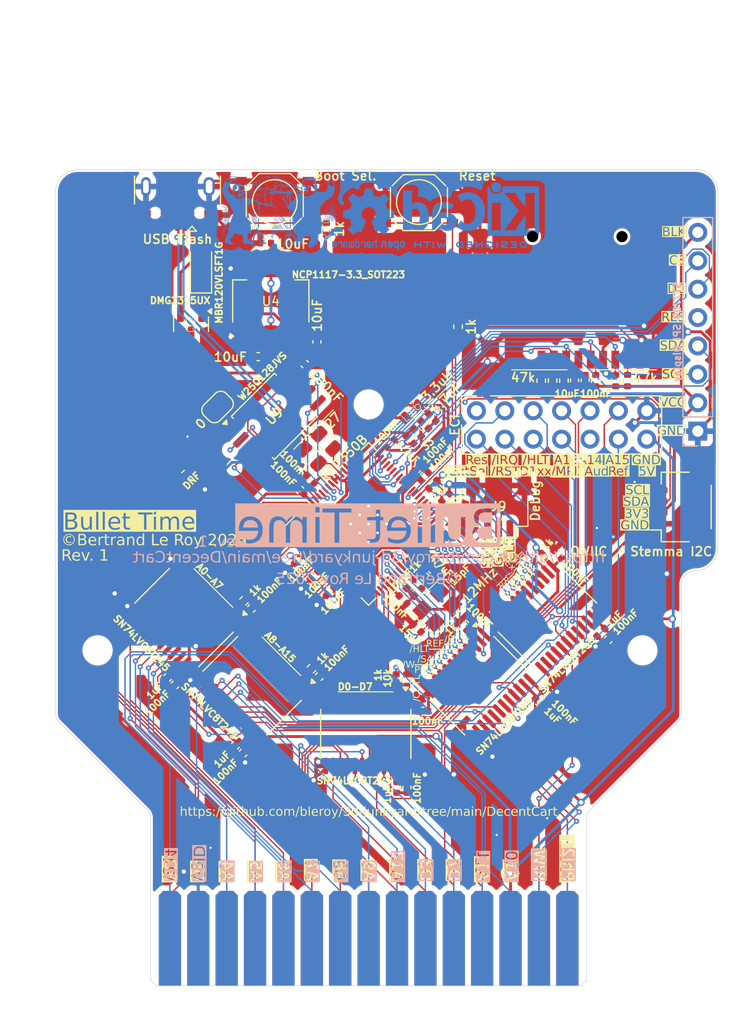
<source format=kicad_pcb>
(kicad_pcb (version 20240108) (generator "pcbnew") (generator_version "8.0")
  (layers (0 "F.Cu" signal) (31 "B.Cu" signal) (34 "B.Paste" user) (35 "F.Paste" user) (36 "B.SilkS" user "B.Silkscreen") (37 "F.SilkS" user "F.Silkscreen") (38 "B.Mask" user) (39 "F.Mask" user) (44 "Edge.Cuts" user))
  (net 0 "")
  (net 1 "+3V3")
  (net 2 "GND")
  (net 3 "+5V")
  (net 4 "+1V1")
  (net 5 "/VREG_AVDD")
  (net 6 "/XIN")
  (net 7 "Net-(C25-Pad2)")
  (net 8 "Net-(J1-DAT2)")
  (net 9 "SPI SCK")
  (net 10 "Net-(J1-DAT1)")
  (net 11 "SPI TX")
  (net 12 "SPI RX")
  (net 13 "GPIO45")
  (net 14 "GPIO26")
  (net 15 "D6")
  (net 16 "D0")
  (net 17 "GPIO25")
  (net 18 "A8")
  (net 19 "GPIO28")
  (net 20 "D3")
  (net 21 "GPIO32")
  (net 22 "A2")
  (net 23 "A6")
  (net 24 "D2")
  (net 25 "D1")
  (net 26 "GPIO33")
  (net 27 "D7")
  (net 28 "A5")
  (net 29 "A7")
  (net 30 "A12")
  (net 31 "D4")
  (net 32 "A10")
  (net 33 "A3")
  (net 34 "A9")
  (net 35 "A1")
  (net 36 "A11")
  (net 37 "A4")
  (net 38 "D5")
  (net 39 "A0")
  (net 40 "GPIO24")
  (net 41 "GPIO27")
  (net 42 "GPIO31")
  (net 43 "GPIO35")
  (net 44 "Audio in")
  (net 45 "GPIO30")
  (net 46 "GPIO36")
  (net 47 "D1xx")
  (net 49 "GPIO43")
  (net 50 "GPIO42")
  (net 51 "/USB_D-")
  (net 53 "/USB_D+")
  (net 54 "/SWD")
  (net 55 "/SWCLK")
  (net 56 "/VREG_LX")
  (net 57 "Net-(U5-DIR)")
  (net 58 "GPIO38")
  (net 59 "Net-(U3-USB_DP)")
  (net 60 "Net-(U3-USB_DM)")
  (net 61 "/~{USB_BOOT}")
  (net 62 "/QSPI_SS")
  (net 63 "/XOUT")
  (net 64 "Net-(R32-Pad2)")
  (net 65 "Net-(U3-RUN)")
  (net 66 "Net-(U8-DIR)")
  (net 67 "/FLASH_SS")
  (net 68 "GPIO41")
  (net 69 "GPIO40")
  (net 70 "A14")
  (net 71 "A13")
  (net 72 "A15")
  (net 73 "/QSPI_SD3")
  (net 74 "GPIO34")
  (net 75 "/QSPI_SD1")
  (net 76 "/QSPI_SD2")
  (net 77 "/QSPI_SD0")
  (net 78 "GPIO29")
  (net 79 "/QSPI_SCLK")
  (net 80 "{slash}HALT")
  (net 85 "Net-(U6-DIR)")
  (net 86 "Net-(U2-DIR)")
  (net 87 "Net-(U1-DIR)")
  (net 88 "{slash}S5")
  (net 89 "{slash}CCTL")
  (net 90 "RD5")
  (net 91 "{slash}S4")
  (net 92 "R{slash}W")
  (net 93 "RD4")
  (net 94 "Phi2")
  (net 95 "{slash}RST")
  (net 96 "{slash}EXTSEL")
  (net 97 "REF")
  (net 98 "{slash}MPD")
  (net 99 "GPIO5")
  (net 100 "GPIO1")
  (net 101 "GPIO7")
  (net 102 "GPIO6")
  (net 103 "GPIO2")
  (net 104 "GPIO3")
  (net 105 "GPIO0")
  (net 106 "GPIO4")
  (net 107 "GPIO10")
  (net 108 "GPIO9")
  (net 109 "GPIO8")
  (net 110 "GPIO13")
  (net 111 "GPIO12")
  (net 112 "GPIO14")
  (net 113 "GPIO11")
  (net 114 "GPIO15")
  (net 115 "GPIO21")
  (net 116 "GPIO19")
  (net 117 "GPIO16")
  (net 118 "GPIO23")
  (net 119 "GPIO20")
  (net 120 "GPIO37")
  (net 121 "GPIO22")
  (net 122 "GPIO17")
  (net 123 "GPIO18")
  (net 124 "{slash}IRQ")
  (net 125 "Net-(D1-K)")
  (net 126 "/VBUS")
  (net 127 "GPIO39")
  (net 128 "Reserved")
  (footprint "Package_SO:TSSOP-24_4.4x7.8mm_P0.65mm" (layer "F.Cu") (at 159.667333 97.481 -45)
    (property "Reference" "U6" (hide yes))
    (property "Value" "SN74LVC8T245")
  )
  (footprint "Resistor_SMD:R_0402_1005Metric" (layer "F.Cu") (at 145.976733 56.6232 90)
    (property "Reference" "R30" (hide yes))
    (property "Value" "1k")
  )
  (footprint "Capacitor_SMD:C_0402_1005Metric" (layer "F.Cu") (at 165.687133 98.2938 135)
    (property "Reference" "C33" (hide yes))
    (property "Value" "100nF")
  )
  (footprint "DecenTKL:RP2350-QFN-80-1EP_10x10_P0.4mm_EP3.4x3.4mm_ThermalVias" (layer "F.Cu") (at 149.761333 83.003 45)
    (property "Reference" "U3" (hide yes))
    (property "Value" "RP2350B")
  )
  (footprint "Capacitor_SMD:C_0402_1005Metric" (layer "F.Cu") (at 154.612733 99.767 180)
    (property "Reference" "C29" (hide yes))
    (property "Value" "100nF")
  )
  (footprint "Capacitor_SMD:C_0402_1005Metric" (layer "F.Cu") (at 154.739733 78.7358 45)
    (property "Reference" "C10" (hide yes))
    (property "Value" "100nF")
  )
  (footprint "Resistor_SMD:R_0402_1005Metric" (layer "F.Cu") (at 138.610733 89.8864 -135)
    (property "Reference" "R10" (hide yes))
    (property "Value" "1k")
  )
  (footprint "Resistor_SMD:R_0402_1005Metric" (layer "F.Cu") (at 155.501733 79.4832 45)
    (property "Reference" "R24" (hide yes))
    (property "Value" "10k")
  )
  (footprint "Capacitor_SMD:C_0402_1005Metric" (layer "F.Cu") (at 171.198933 93.3662 45)
    (property "Reference" "C39" (hide yes))
    (property "Value" "100nF")
  )
  (footprint "Library:ScreamingAtTheRadio" (layer "F.Cu") (at 126.719732 76.304177 -90)
    (property "Reference" "G***" (hide yes))
    (property "Value" "LOGO" (hide yes))
  )
  (footprint "Resistor_SMD:R_0402_1005Metric" (layer "F.Cu") (at 170.081333 70.1868 90)
    (property "Reference" "R7" (hide yes))
    (property "Value" "47k" (hide yes))
  )
  (footprint "Resistor_SMD:R_0402_1005Metric" (layer "F.Cu") (at 167.236533 70.1868 90)
    (property "Reference" "R6" (hide yes))
    (property "Value" "47k" (hide yes))
  )
  (footprint "Capacitor_SMD:C_0402_1005Metric" (layer "F.Cu") (at 154.104733 92.3248 135)
    (property "Reference" "C24" (hide yes))
    (property "Value" "15pF")
  )
  (footprint "Package_SO:TSSOP-24_4.4x7.8mm_P0.65mm" (layer "F.Cu") (at 149.507333 101.799 -90)
    (property "Reference" "U5" (hide yes))
    (property "Value" "SN74LVC8T245")
  )
  (footprint "Resistor_SMD:R_0805_2012Metric" (layer "F.Cu") (at 145.976733 75.6224 -45)
    (property "Reference" "R28" (hide yes))
    (property "Value" "27")
  )
  (footprint "Resistor_SMD:R_0402_1005Metric" (layer "F.Cu") (at 172.926133 70.1868 90)
    (property "Reference" "R9" (hide yes))
    (property "Value" "47k")
  )
  (footprint "MountingHole:MountingHole_2.2mm_M2" (layer "F.Cu") (at 125.511333 94.317)
    (property "Reference" "H1" (hide yes))
    (property "Value" "MountingHole" (hide yes))
  )
  (footprint "Capacitor_SMD:C_0402_1005Metric" (layer "F.Cu") (at 169.141533 70.1614 90)
    (property "Reference" "C16" (hide yes))
    (property "Value" "100nF")
  )
  (footprint "Capacitor_SMD:C_0402_1005Metric" (layer "F.Cu") (at 154.155533 89.1244 45)
    (property "Reference" "C25" (hide yes))
    (property "Value" "15pF")
  )
  (footprint "DecenTKL:Tactile_Switch_Basic_XKB_TS-1187A" (layer "F.Cu") (at 154.261333 54.217 180)
    (property "Reference" "SW3" (hide yes))
    (property "Value" "SW_TACTILE" (hide yes))
  )
  (footprint "Symbol:KiCad-Logo2_6mm_Copper" (layer "F.Cu") (at 126.047086 58.357514 -90)
    (property "Reference" "REF**" (hide yes))
    (property "Value" "KiCad-Logo2_6mm_Copper" (hide yes))
  )
  (footprint "Resistor_SMD:R_0402_1005Metric" (layer "F.Cu") (at 133.429133 78.5834 45)
    (property "Reference" "R36" (hide yes))
    (property "Value" "DNF")
  )
  (footprint "Symbol:OSHW-Logo2_7.3x6mm_Copper" (layer "F.Cu") (at 124.970933 68.0678 -90)
    (property "Reference" "REF**" (hide yes))
    (property "Value" "OSHW-Logo2_7.3x6mm_Copper" (hide yes))
  )
  (footprint "Jumper:SolderJumper-2_P1.3mm_Bridged_RoundedPad1.0x1.5mm" (layer "F.Cu") (at 136.248533 72.549 -135)
    (property "Reference" "R37" (hide yes))
    (property "Value" "0")
  )
  (footprint "MountingHole:MountingHole_2.2mm_M2" (layer "F.Cu") (at 149.761333 72.317)
    (property "Reference" "H2" (hide yes))
    (property "Value" "MountingHole" (hide yes))
  )
  (footprint "Package_SO:TSSOP-24_4.4x7.8mm_P0.65mm" (layer "F.Cu") (at 133.251333 91.385 -135)
    (property "Reference" "U1" (hide yes))
    (property "Value" "SN74LVC8T245")
  )
  (footprint "Resistor_SMD:R_0402_1005Metric" (layer "F.Cu") (at 171.859333 70.1868 90)
    (property "Reference" "R8" (hide yes))
    (property "Value" "47k" (hide yes))
  )
  (footprint "DecenTKL:Micro SD" (layer "F.Cu") (at 167.481333 57.309 180)
    (property "Reference" "J1" (hide yes))
    (property "Value" "Micro_SD_Card")
  )
  (footprint "Capacitor_SMD:C_0402_1005Metric" (layer "F.Cu") (at 139.271133 90.5722 -135)
    (property "Reference" "C17" (hide yes))
    (property "Value" "100nF")
  )
  (footprint "Resistor_SMD:R_0402_1005Metric" (layer "F.Cu") (at 144.655933 95.957 -135)
    (property "Reference" "R3" (hide yes))
    (property "Value" "1k")
  )
  (footprint "Capacitor_SMD:C_0402_1005Metric" (layer "F.Cu") (at 131.778133 96.7444 45)
    (property "Reference" "C19" (hide yes))
    (property "Value" "1uF")
  )
  (footprint "Package_SO:SOIC-8_5.23x5.23mm_P1.27mm" (layer "F.Cu") (at 141.328533 73.3872 45)
    (property "Reference" "U9" (hide yes))
    (property "Value" "W25Q128JVS")
  )
  (footprint "Capacitor_SMD:C_0402_1005Metric" (layer "F.Cu") (at 146.332333 89.0482 -135)
    (property "Reference" "C13" (hide yes))
    (property "Value" "100nF")
  )
  (footprint "Capacitor_SMD:C_0402_1005Metric" (layer "F.Cu") (at 138.534533 103.5008 45)
    (property "Reference" "C2" (hide yes))
    (property "Value" "100nF")
  )
  (footprint "Capacitor_SMD:C_0402_1005Metric" (layer "F.Cu") (at 144.046333 68.7028 -45)
    (property "Reference" "C42" (hide yes))
    (property "Value" "100nF")
  )
  (footprint "Capacitor_SMD:C_0402_1005Metric" (layer "F.Cu") (at 154.765133 74.1238 -45)
    (property "Reference" "C21" (hide yes))
    (property "Value" "4.7uF" (hide yes))
  )
  (footprint "Resistor_SMD:R_0402_1005Metric" (layer "F.Cu") (at 165.204533 70.1868 90)
    (property "Reference" "R4" (hide yes))
    (property "Value" "47k")
  )
  (footprint "Capacitor_SMD:C_0402_1005Metric" (layer "F.Cu") (at 144.884533 87.6004 -135)
    (property "Reference" "C6" (hide yes))
    (property "Value" "100nF")
  )
  (footprint "Capacitor_SMD:C_0402_1005Metric" (layer "F.Cu") (at 152.834733 89.7848 -45)
    (property "Reference" "C12" (hide yes))
    (property "Value" "100nF")
  )
  (footprint "Diode_SMD:Nexperia_CFP3_SOD-123W" (layer "F.Cu") (at 134.761333 60.087 90)
    (property "Reference" "D1" (hide yes))
    (property "Value" "MBR120VLSFT1G")
  )
  (footprint "Capacitor_SMD:C_0402_1005Metric" (layer "F.Cu") (at 139.880733 68.0424 180)
    (property "Reference" "C27" (hide yes))
    (property "Value" "10uF")
  )
  (footprint "Resistor_SMD:R_0402_1005Metric" (layer "F.Cu") (at 164.925133 86.0256 -135)
    (property "Reference" "R35" (hide yes))
    (property "Value" "1k")
  )
  (footprint "Capacitor_SMD:C_0402_1005Metric" (layer "F.Cu") (at 151.717133 75.7894 45)
    (property "Reference" "C9" (hide yes))
    (property "Value" "100nF")
  )
  (footprint "Capacitor_SMD:C_0402_1005Metric" (layer "F.Cu") (at 168.187533 70.1612 90)
    (property "Reference" "C23" (hide yes))
    (property "Value" "10uF")
  )
  (footprint "Connector_JST:JST_SH_SM04B-SRSS-TB_1x04-1MP_P1.00mm_Horizontal" (layer "F.Cu") (at 177.726733 81.4898 90)
    (property "Reference" "J5" (hide yes))
    (property "Value" "Conn_01x04_MountingPin" (hide yes))
  )
  (footprint "Resistor_SMD:R_0402_1005Metric" (layer "F.Cu") (at 166.220533 70.1868 90)
    (property "Reference" "R5" (hide yes))
    (property "Value" "47k" (hide yes))
  )
  (footprint "Capacitor_SMD:C_0402_1005Metric" (layer "F.Cu") (at 132.438533 97.4048 45)
    (property "Reference" "C18" (hide yes))
    (property "Value" "100nF")
  )
  (footprint "Capacitor_SMD:C_0402_1005Metric" (layer "F.Cu") (at 155.476333 87.0924 -45)
    (property "Reference" "C5" (hide yes))
    (property "Value" "4.7uF")
  )
  (footprint "Capacitor_SMD:C_0402_1005Metric" (layer "F.Cu") (at 143.614533 79.9804 135)
    (property "Reference" "C8" (hide yes))
    (property "Value" "100nF")
  )
  (footprint "Inductor_SMD:L_0603_1608Metric" (layer "F.Cu") (at 153.571333 72.9554 -135)
    (property "Reference" "L16" (hide yes))
    (property "Value" "3.3uH")
  )
  (footprint "Package_TO_SOT_SMD:SOT-223-3_TabPin2" (layer "F.Cu") (at 141.011333 63.087 90)
    (property "Reference" "U4" (hide yes))
    (property "Value" "NCP1117-3.3_SOT223")
  )
  (footprint "Capacitor_SMD:C_0402_1005Metric" (layer "F.Cu") (at 152.275933 106.5742 90)
    (property "Reference" "C31" (hide yes))
    (property "Value" "1uF")
  )
  (footprint "Package_SO:TSSOP-24_4.4x7.8mm_P0.65mm" (layer "F.Cu") (at 139.347333 97.481 -135)
    (property "Reference" "U2" (hide yes))
    (property "Value" "SN74LVC8T245")
  )
  (footprint "DecenTKL:Tactile_Switch_Basic_XKB_TS-1187A" (layer "F.Cu") (at 141.361333 54.217)
    (property "Reference" "SW2" (hide yes))
    (property "Value" "SW_TACTILE" (hide yes))
  )
  (footprint "Connector_JST:JST_SH_SM03B-SRSS-TB_1x03-1MP_P1.00mm_Horizontal" (layer "F.Cu") (at 161.394533 81.439 180)
    (property "Reference" "J9" (hide yes))
    (property "Value" "Debug")
  )
  (footprint "Capacitor_SMD:C_0402_1005Metric" (layer "F.Cu") (at 166.677733 85.7208 -45)
    (property "Reference" "C38" (hide yes))
    (property "Value" "100nF")
  )
  (footprint "Capacitor_SMD:C_0402_1005Metric" (layer "F.Cu") (at 165.026733 98.9542 135)
    (property "Reference" "C34" (hide yes))
    (property "Value" "1uF")
  )
  (footprint "Resistor_SMD:R_0402_1005Metric" (layer "F.Cu") (at 153.164933 96.973 -90)
    (property "Reference" "R33" (hide yes))
    (property "Value" "10k")
  )
  (footprint "Library:USB_Micro-B" (layer "F.Cu") (at 132.661333 55.1795 180)
    (property "Reference" "J8" (hide yes))
    (property "Value" "USB_B_Micro")
  )
  (footprint "Capacitor_SMD:C_0402_1005Metric" (layer "F.Cu") (at 140.541133 57.8824 180)
    (property "Reference" "C28" (hide yes))
    (property "Value" "10uF")
  )
  (footprint "Resistor_SMD:R_0402_1005Metric" (layer "F.Cu") (at 154.104733 74.8096 135)
    (property "Reference" "R25" (hide yes))
    (property "Value" "33")
  )
  (footprint "Resistor_SMD:R_0402_1005Metric" (layer "F.Cu") (at 152.222533 96.9666 -90)
    (property "Reference" "R1" (hide yes))
    (property "Value" "1k")
  )
  (footprint "Package_SO:TSSOP-24_4.4x7.8mm_P0.65mm" (layer "F.Cu") (at 165.763333 91.385 -45)
    (property "Reference" "U8" (hide yes))
    (property "Value" "SN74LVC8T245")
  )
  (footprint "Resistor_SMD:R_0402_1005Metric" (layer "F.Cu") (at 158.194133 92.147 -45)
    (property "Reference" "R2" (hide yes))
    (property "Value" "1k")
  )
  (footprint "Capacitor_SMD:C_0402_1005Metric" (layer "F.Cu") (at 144.579733 79.0006 135)
    (property "Reference" "C7" (hide yes))
    (property "Value" "100nF")
  )
  (footprint "Capacitor_SMD:C_0402_1005Metric" (layer "F.Cu") (at 155.425533 73.4634 -45)
    (property "Reference" "C22" (hide yes))
    (property "Value" "4.7uF")
  )
  (footprint "Capacitor_SMD:C_0402_1005Metric" (layer "F.Cu") (at 170.538533 92.7058 45)
    (property "Reference" "C40" (hide yes))
    (property "Value" "1uF")
  )
  (footprint "Capacitor_SMD:C_0402_1005Metric" (layer "F.Cu") (at 143.487533 86.178 -135)
    (property "Reference" "C15" (hide yes))
    (property "Value" "100nF")
  )
  (footprint "Connector_PinSocket_2.54mm:PinSocket_2x07_P2.54mm_Vertical" (layer "F.Cu") (at 159.407933 72.8846 90)
    (property "Reference" "J3" (hide yes))
    (property "Value" "QWIIC / Stemma I2C")
  )
  (footprint "Resistor_SMD:R_0805_2012Metric" (layer "F.Cu") (at 144.630533 76.9686 -45)
    (property "Reference" "R26" (hide yes))
    (property "Value" "27" (hide yes))
  )
  (footprint "Resistor_SMD:R_0402_1005Metric" (layer "F.Cu") (at 154.808933 87.7942 135)
    (property "Reference" "R31" (hide yes))
    (property "Value" "1k")
  )
  (footprint "Capacitor_SMD:C_0402_1005Metric" (layer "F.Cu") (at 156.644733 80.6408 45)
    (property "Reference" "C11" (hide yes))
    (property "Value" "100nF")
  )
  (footprint "Capacitor_SMD:C_0402_1005Metric" (layer "F.Cu") (at 145.341733 96.6682 -135)
    (property "Reference" "C1" (hide yes))
    (property "Value" "100nF")
  )
  (footprint "MountingHole:MountingHole_2.2mm_M2" (layer "F.Cu") (at 174.261333 94.317)
    (property "Reference" "H3" (hide yes))
    (property "Value" "MountingHole" (hide yes))
  )
  (footprint "Capacitor_SMD:C_0402_1005Metric" (layer "F.Cu") (at 137.848733 102.815 45)
    (property "Reference" "C3" (hide yes))
    (property "Value" "1uF")
  )
  (footprint "Capacitor_SMD:C_0402_1005Metric" (layer "F.Cu") (at 145.138533 66.7216 -90)
    (property "Reference" "C26" (hide yes))
    (property "Value" "10uF")
  )
  (footprint "Capacitor_SMD:C_0402_1005Metric" (layer "F.Cu") (at 158.879933 91.4866 -45)
    (property "Reference" "C32" (hide yes))
    (property "Value" "100nF")
  )
  (footprint "Package_TO_SOT_SMD:SOT-23" (layer "F.Cu") (at 133.875033 65.1468 -90)
    (property "Reference" "Q2" (hide yes))
    (property "Value" "DMG2305UX")
  )
  (footprint "Capacitor_SMD:C_0402_1005Metric" (layer "F.Cu") (at 154.079333 78.0754 45)
    (property "Reference" "C4" (hide yes))
    (property "Value" "100nF")
  )
  (footprint "Resistor_SMD:R_0402_1005Metric" (layer "F.Cu") (at 157.762333 65.3608 90)
    (property "Reference" "R32" (hide yes))
    (property "Value" "1k")
  )
  (footprint "DecenTKL:Atari Cartridge Edge Connector" (layer "F.Cu") (at 131.981333 118.587)
    (property "Reference" "J2" (hide yes))
    (property "Value" "Conn_02x15_Row_Letter_First")
  )
  (footprint "Crystal:Crystal_SMD_Abracon_ABM8AIG-4Pin_3.2x2.5mm" (layer "F.Cu") (at 155.908133 90.4706 45)
    (property "Reference" "X1" (hide yes))
    (property "Value" "12MHz")
  )
  (footprint "Capacitor_SMD:C_0402_1005Metric" (layer "F.Cu") (at 153.444333 75.47 -45)
    (property "Reference" "C20" (hide yes))
    (property "Value" "4.7uF")
  )
  (footprint "Capacitor_SMD:C_0402_1005Metric" (layer "F.Cu") (at 153.469733 88.4386 -135)
    (property "Reference" "C14" (hide yes))
    (property "Value" "100nF")
  )
  (footprint "Capacitor_SMD:C_0402_1005Metric" (layer "F.Cu") (at 153.190333 106.5742 90)
    (property "Reference" "C30" (hide yes))
    (property "Value" "100nF")
  )
  (footprint "Connector_PinHeader_2.54mm:PinHeader_1x08_P2.54mm_Vertical" (layer "B.Cu") (at 179.211333 74.707)
    (property "Reference" "ST7789 SPI Display")
    (property "Value" "Conn_01x08" (hide yes))
  )
  (footprint "Symbol:KiCad-Logo2_6mm_Copper" (layer "B.Cu") (at 158.88742 54.683448 180)
    (property "Reference" "REF**" (hide yes))
    (property "Value" "KiCad-Logo2_6mm_Copper" (hide yes))
  )
  (footprint "Symbol:OSHW-Logo2_7.3x6mm_Copper" (layer "B.Cu") (at 149.761333 55.7596 180)
    (property "Reference" "REF**" (hide yes))
    (property "Value" "OSHW-Logo2_7.3x6mm_Copper" (hide yes))
  )
  (footprint "Library:ScreamingAtTheRadio" (layer "B.Cu") (at 141.702756 53.86633 180)
    (property "Reference" "G***" (hide yes))
    (property "Value" "LOGO" (hide yes))
  )
  (gr_line (start 147.043533 98.0252) (end 151.945733 98.0252) (stroke (width 0.1)) (layer "F.SilkS"))
  (gr_line (start 140.236333 93.123) (end 143.690733 96.5774) (stroke (width 0.1)) (layer "F.SilkS"))
  (gr_line (start 169.827333 69.2216) (end 175.516933 69.2216) (stroke (width 0.1)) (layer "F.SilkS"))
  (gr_line (start 157.762333 94.2152) (end 155.196933 94.2152) (stroke (width 0.1)) (layer "F.SilkS"))
  (gr_line (start 146.586333 72.803) (end 143.055733 76.3336) (stroke (width 0.1)) (layer "F.SilkS"))
  (gr_line (start 155.476333 96.5266) (end 154.409533 96.5266) (stroke (width 0.1)) (layer "F.SilkS"))
  (gr_line (start 156.035133 87.9922) (end 154.815933 89.2114) (stroke (width 0.1)) (layer "F.SilkS"))
  (gr_line (start 158.727533 93.3008) (end 158.422733 93.3008) (stroke (width 0.1)) (layer "F.SilkS"))
  (gr_line (start 134.140333 87.0016) (end 137.620133 90.4814) (stroke (width 0.1)) (layer "F.SilkS"))
  (gr_line (start 156.390733 95.6122) (end 153.901533 95.6122) (stroke (width 0.1)) (layer "F.SilkS"))
  (gr_line (start 158.219533 93.758) (end 156.543133 93.758) (stroke (width 0.1)) (layer "F.SilkS"))
  (gr_line (start 156.898733 87.9668) (end 156.035133 87.9922) (stroke (width 0.1)) (layer "F.SilkS"))
  (gr_line (start 154.815933 89.2114) (end 154.282533 89.2114) (stroke (width 0.1)) (layer "F.SilkS"))
  (gr_line (start 157.279733 94.6978) (end 157.076533 94.6978) (stroke (width 0.1)) (layer "F.SilkS"))
  (gr_line (start 162.562933 69.2216) (end 167.515933 69.2216) (stroke (width 0.1)) (layer "F.SilkS"))
  (gr_line (start 155.933533 96.0694) (end 155.730333 96.0694) (stroke (width 0.1)) (layer "F.SilkS"))
  (gr_line (start 153.926933 73.6412) (end 157.355933 70.2122) (stroke (width 0.1)) (layer "F.SilkS"))
  (gr_line (start 156.873333 95.1296) (end 155.527133 95.1296) (stroke (width 0.1)) (layer "F.SilkS"))
  (gr_arc (start 129.96844 108.609893) (mid 130.185206 108.934318) (end 130.261333 109.317) (stroke (width 0.05)) (layer "Edge.Cuts"))
  (gr_line (start 169.554226 108.609893) (end 177.46844 100.694107) (stroke (width 0.05)) (layer "Edge.Cuts"))
  (gr_line (start 169.261333 123.817) (end 169.261333 109.317) (stroke (width 0.05)) (layer "Edge.Cuts"))
  (gr_arc (start 181.011333 85.177) (mid 180.425547 86.591214) (end 179.011333 87.177) (stroke (width 0.05)) (layer "Edge.Cuts"))
  (gr_arc (start 177.761333 88.427) (mid 178.12745 87.543117) (end 179.011333 87.177) (stroke (width 0.05)) (layer "Edge.Cuts"))
  (gr_line (start 123.761333 51.317) (end 179.011333 51.317) (stroke (width 0.05)) (layer "Edge.Cuts"))
  (gr_line (start 168.761333 124.317) (end 169.261333 123.817) (stroke (width 0.05)) (layer "Edge.Cuts"))
  (gr_line (start 177.761333 88.427) (end 177.761333 99.987) (stroke (width 0.05)) (layer "Edge.Cuts"))
  (gr_line (start 168.761333 124.317) (end 130.761333 124.317) (stroke (width 0.05)) (layer "Edge.Cuts"))
  (gr_arc (start 169.261333 109.317) (mid 169.337455 108.934318) (end 169.554226 108.609893) (stroke (width 0.05)) (layer "Edge.Cuts"))
  (gr_arc (start 179.011333 51.317) (mid 180.425547 51.902786) (end 181.011333 53.317) (stroke (width 0.05)) (layer "Edge.Cuts"))
  (gr_arc (start 122.054226 100.707) (mid 121.837453 100.382576) (end 121.761333 99.999893) (stroke (width 0.05)) (layer "Edge.Cuts"))
  (gr_line (start 121.761333 99.999893) (end 121.761333 53.317) (stroke (width 0.05)) (layer "Edge.Cuts"))
  (gr_line (start 181.011333 85.177) (end 181.011333 53.317) (stroke (width 0.05)) (layer "Edge.Cuts"))
  (gr_arc (start 121.761333 53.317) (mid 122.347119 51.902786) (end 123.761333 51.317) (stroke (width 0.05)) (layer "Edge.Cuts"))
  (gr_arc (start 177.761333 99.987) (mid 177.685214 100.369685) (end 177.46844 100.694107) (stroke (width 0.05)) (layer "Edge.Cuts"))
  (gr_line (start 129.96844 108.609893) (end 122.054226 100.707) (stroke (width 0.05)) (layer "Edge.Cuts"))
  (gr_line (start 130.761333 124.317) (end 130.261333 123.817) (stroke (width 0.05)) (layer "Edge.Cuts"))
  (gr_line (start 130.261333 123.817) (end 130.261333 109.317) (stroke (width 0.05)) (layer "Edge.Cuts"))
  (gr_text "A9" (at 149.761333 114.967 -90) (layer "B.SilkS" knockout) (effects (font (size 1 1) (thickness 0.125)) (justify left mirror)))
  (gr_text "A5" (at 139.601333 114.967 -90) (layer "B.SilkS" knockout) (effects (font (size 1 1) (thickness 0.125)) (justify left mirror)))
  (gr_text "https://github.com/bleroy/3d-junkyard/tree/main/DecentCart" (at 149.786733 85.4522 0) (layer "B.SilkS") (effects (font (size 1 1) (thickness 0.1875)) (justify top mirror)))
  (gr_text "A10" (at 162.461333 114.967 -90) (layer "B.SilkS" knockout) (effects (font (size 1 1) (thickness 0.125)) (justify left mirror)))
  (gr_text "RD4" (at 131.981333 114.967 -90) (layer "B.SilkS" knockout) (effects (font (size 1 1) (thickness 0.125)) (justify left mirror)))
  (gr_text "D7" (at 157.381333 114.967 -90) (layer "B.SilkS" knockout) (effects (font (size 1 1) (thickness 0.125)) (justify left mirror)))
  (gr_text "A12" (at 152.301333 114.967 -90) (layer "B.SilkS" knockout) (effects (font (size 1 1) (thickness 0.125)) (justify left mirror)))
  (gr_text "R/W" (at 165.001333 114.967 -90) (layer "B.SilkS" knockout) (effects (font (size 1 1) (thickness 0.125)) (justify left mirror)))
  (gr_text "A11" (at 159.921333 114.967 -90) (layer "B.SilkS" knockout) (effects (font (size 1 1) (thickness 0.125)) (justify left mirror)))
  (gr_text "GND" (at 134.521333 114.967 -90) (layer "B.SilkS" knockout) (effects (font (size 1 1) (thickness 0.125)) (justify left mirror)))
  (gr_text "Rev. 1" (at 138.763133 84.0552 -0) (layer "B.SilkS") (effects (font (size 1 1) (thickness 0.1875)) (justify left top mirror)))
  (gr_text "A8" (at 147.221333 114.967 -90) (layer "B.SilkS" knockout) (effects (font (size 1 1) (thickness 0.125)) (justify left mirror)))
  (gr_text "A4" (at 137.061333 114.967 -90) (layer "B.SilkS" knockout) (effects (font (size 1 1) (thickness 0.125)) (justify left mirror)))
  (gr_text "©Bertrand Le Roy 2025" (at 149.761333 87.3826 -0) (layer "B.SilkS") (effects (font (size 1 1) (thickness 0.1875)) (justify top mirror)))
  (gr_text "Phi2" (at 167.541333 114.967 -90) (layer "B.SilkS" knockout) (effects (font (size 1 1) (thickness 0.125)) (justify left mirror)))
  (gr_text "D3" (at 154.841333 114.967 -90) (layer "B.SilkS" knockout) (effects (font (size 1 1) (thickness 0.125)) (justify left mirror)))
  (gr_text "A7" (at 144.681333 114.967 -90) (layer "B.SilkS" knockout) (effects (font (size 1 1) (thickness 0.125)) (justify left mirror)))
  (gr_text "A6" (at 142.141333 114.967 -90) (layer "B.SilkS" knockout) (effects (font (size 1 1) (thickness 0.125)) (justify left mirror)))
  (gr_text "Bullet Time" (at 149.786733 81.6902 0) (layer "B.SilkS" knockout) (effects (font (size 3 3) (thickness 0.1875)) (justify top mirror)))
  (gr_text "A3" (at 134.521333 114.967 90) (layer "F.SilkS" knockout) (effects (font (size 1 1) (thickness 0.125)) (justify left)))
  (gr_text "/ExtSel" (at 163.909133 88.1954 -45) (layer "F.SilkS") (effects (font (size 0.6 0.6) (thickness 0.1)) (justify right)))
  (gr_text "/HLT" (at 164.721933 77.3242 0) (layer "F.SilkS" knockout) (effects (font (size 0.8 0.8) (thickness 0.1))))
  (gr_text "3V3" (at 174.856533 82.1248 0) (layer "F.SilkS" knockout) (effects (font (size 0.8 0.8) (thickness 0.1)) (justify right)))
  (gr_text "REF" (at 156.492333 93.7326 0) (layer "F.SilkS") (effects (font (size 0.6 0.6) (thickness 0.1)) (justify right)))
  (gr_text "RD5" (at 162.994733 89.1098 -45) (layer "F.SilkS") (effects (font (size 0.6 0.6) (thickness 0.1)) (justify right)))
  (gr_text "Ref" (at 172.087933 78.3402 0) (layer "F.SilkS" knockout) (effects (font (size 0.8 0.8) (thickness 0.1))))
  (gr_text "D2" (at 149.761333 114.967 90) (layer "F.SilkS" knockout) (effects (font (size 1 1) (thickness 0.125)) (justify left)))
  (gr_text "A0" (at 142.141333 114.967 90) (layer "F.SilkS" knockout) (effects (font (size 1 1) (thickness 0.125)) (justify left)))
  (gr_text "Rev. 1" (at 122.253133 85.289 0) (layer "F.SilkS") (effects (font (size 1 1) (thickness 0.1875)) (justify left top)))
  (gr_text "/HLT" (at 155.196933 94.2152 0) (layer "F.SilkS") (effects (font (size 0.6 0.6) (thickness 0.1)) (justify right)))
  (gr_text "/ExtSel" (at 158.549733 78.3402 0) (layer "F.SilkS" knockout) (effects (font (size 0.8 0.8) (thickness 0.1))))
  (gr_text "BLK" (at 178.133133 56.928 0) (layer "F.SilkS" knockout) (effects (font (size 0.8 0.8) (thickness 0.1)) (justify right)))
  (gr_text "RES" (at 178.133133 64.548 0) (layer "F.SilkS" knockout) (effects (font (size 0.8 0.8) (thickness 0.1)) (justify right)))
  (gr_text "SCL" (at 174.856533 80.0166 0) (layer "F.SilkS" knockout) (effects (font (size 0.8 0.8) (thickness 0.1)) (justify right)))
  (gr_text "/CCTL" (at 154.079333 96.4758 90) (layer "F.SilkS") (effects (font (size 0.6 0.6) (thickness 0.1)) (justify right)))
  (gr_text "GND" (at 161.419933 84.233 90) (layer "F.SilkS" knockout) (effects (font (size 0.8 0.8) (thickness 0.1)) (justify right)))
  (gr_text "/S4" (at 131.981333 114.967 90) (layer "F.SilkS" knockout) (effects (font (size 1 1) (thickness 0.125)) (justify left)))
  (gr_text "/S5" (at 157.000333 94.7232 0) (layer "F.SilkS") (effects (font (size 0.6 0.6) (thickness 0.1)) (justify right)))
  (gr_text "GND" (at 174.602533 77.3242 0) (layer "F.SilkS" knockout) (effects (font (size 0.8 0.8) (thickness 0.1))))
  (gr_text "GND" (at 178.133133 74.708 0) (layer "F.SilkS" knockout) (effects (font (size 0.8 0.8) (thickness 0.1)) (justify right)))
  (gr_text "SDA" (at 174.856533 81.058 0) (layer "F.SilkS" knockout) (effects (font (size 0.8 0.8) (thickness 0.1)) (justify right)))
  (gr_text "5V" (at 174.653333 78.3402 0) (layer "F.SilkS" knockout) (effects (font (size 0.8 0.8) (thickness 0.1))))
  (gr_text "/CCTL" (at 167.541333 114.967 90) (layer "F.SilkS" knockout) (effects (font (size 1 1) (thickness 0.125)) (justify left)))
  (gr_text "/IRQ" (at 161.947933 77.3242 0) (layer "F.SilkS" knockout) (effects (font (size 0.8 0.8) (thickness 0.1))))
  (gr_text "/RST" (at 158.448133 93.3262 0) (layer "F.SilkS") (effects (font (size 0.6 0.6) (thickness 0.1)) (justify right)))
  (gr_text "D1xx" (at 164.696533 78.3402 0) (layer "F.SilkS" knockout) (effects (font (size 0.8 0.8) (thickness 0.1))))
  (gr_text "Aud" (at 170.157533 78.3402 0) (layer "F.SilkS" knockout) (effects (font (size 0.8 0.8) (thickness 0.1))))
  (gr_text "R/W" (at 153.901533 95.6122 0) (layer "F.SilkS") (effects (font (size 0.6 0.6) (thickness 0.1)) (justify right)))
  (gr_text "/RST" (at 161.999907 78.3402 0) (layer "F.SilkS" knockout) (effects (font (size 0.8 0.8) (thickness 0.1))))
  (gr_text "/MPD" (at 164.340933 87.7382 -45) (layer "F.SilkS") (effects (font (size 0.6 0.6) (thickness 0.1)) (justify right)))
  (gr_text "D5" (at 147.221333 114.967 90) (layer "F.SilkS" knockout) (effects (font (size 1 1) (thickness 0.125)) (justify left)))
  (gr_text "DC" (at 178.133133 62.008 0) (layer "F.SilkS" knockout) (effects (font (size 0.8 0.8) (thickness 0.1)) (justify right)))
  (gr_text "https://github.com/bleroy/3d-junkyard/tree/main/DecentCart" (at 149.761333 108.317 0) (layer "F.SilkS") (effects (font (size 0.8 0.8) (thickness 0.1875)) (justify top)))
  (gr_text "CLK" (at 162.486733 84.233 90) (layer "F.SilkS" knockout) (effects (font (size 0.8 0.8) (thickness 0.1)) (justify right)))
  (gr_text "5V" (at 162.461333 114.967 90) (layer "F.SilkS" knockout) (effects (font (size 1 1) (thickness 0.125)) (justify left)))
  (gr_text "/S4" (at 155.476333 95.1296 0) (layer "F.SilkS") (effects (font (size 0.6 0.6) (thickness 0.1)) (justify right)))
  (gr_text "Bullet Time" (at 122.4198 82.0124 0) (layer "F.SilkS" knockout) (effects (font (size 1.5 1.5) (thickness 0.1875)) (justify left top)))
  (gr_text "Phi2" (at 155.654133 96.0948 0) (layer "F.SilkS") (effects (font (size 0.6 0.6) (thickness 0.1)) (justify right)))
  (gr_text "VCC" (at 178.133133 72.168 0) (layer "F.SilkS" knockout) (effects (font (size 0.8 0.8) (thickness 0.1)) (justify right)))
  (gr_text "A14" (at 169.598733 77.3242 0) (layer "F.SilkS" knockout) (effects (font (size 0.8 0.8) (thickness 0.1))))
  (gr_text "A13" (at 167.439733 77.3242 0) (layer "F.SilkS" knockout) (effects (font (size 0.8 0.8) (thickness 0.1))))
  (gr_text "SDA" (at 178.133133 67.088 0) (layer "F.SilkS" knockout) (effects (font (size 0.8 0.8) (thickness 0.1)) (justify right)))
  (gr_text "D6" (at 157.381333 114.967 90) (layer "F.SilkS" knockout) (effects (font (size 1 1) (thickness 0.125)) (justify left)))
  (gr_text "D4" (at 144.681333 114.967 90) (layer "F.SilkS" knockout) (effects (font (size 1 1) (thickness 0.125)) (justify left)))
  (gr_text "Res" (at 159.413333 77.3242 0) (layer "F.SilkS" knockout) (effects (font (size 0.8 0.8) (thickness 0.1))))
  (gr_text "A15" (at 172.037133 77.3242 0) (layer "F.SilkS" knockout) (effects (font (size 0.8 0.8) (thickness 0.1))))
  (gr_text "SWD" (at 160.378533 84.233 90) (layer "F.SilkS" knockout) (effects (font (size 0.8 0.8) (thickness 0.1)) (justify right)))
  (gr_text "/MPD" (at 167.541333 78.3402 0) (layer "F.SilkS" knockout) (effects (font (size 0.8 0.8) (thickness 0.1))))
  (gr_text "RD4" (at 162.537533 89.567 -45) (layer "F.SilkS") (effects (font (size 0.6 0.6) (thickness 0.1)) (justify right)))
  (gr_text "D1" (at 152.301333 114.967 90) (layer "F.SilkS" knockout) (effects (font (size 1 1) (thickness 0.125)) (justify left)))
  (gr_text "CS" (at 178.133133 59.468 0) (layer "F.SilkS" knockout) (effects (font (size 0.8 0.8) (thickness 0.1)) (justify right)))
  (gr_text "SCL" (at 178.133133 69.6534 0) (layer "F.SilkS" knockout) (effects (font (size 0.8 0.8) (thickness 0.1)) (justify right)))
  (gr_text "GND" (at 174.856533 83.1662 0) (layer "F.SilkS" knockout) (effects (font (size 0.8 0.8) (thickness 0.1)) (justify right)))
  (gr_text "©Bertrand Le Roy 2025" (at 122.253133 83.9174 0) (layer "F.SilkS") (effects (font (size 1 1) (thickness 0.1875)) (justify left top)))
  (gr_text "D0" (at 154.841333 114.967 90) (layer "F.SilkS" knockout) (effects (font (size 1 1) (thickness 0.125)) (justify left)))
  (gr_text "/IRQ" (at 163.451933 88.6526 -45) (layer "F.SilkS") (effects (font (size 0.6 0.6) (thickness 0.1)) (justify right)))
  (gr_text "RD5" (at 165.001333 114.967 90) (layer "F.SilkS" knockout) (effects (font (size 1 1) (thickness 0.125)) (justify left)))
  (gr_text "/S5" (at 159.921333 114.967 90) (layer "F.SilkS" knockout) (effects (font (size 1 1) (thickness 0.125)) (justify left)))
  (gr_text "A2" (at 137.061333 114.967 90) (layer "F.SilkS" knockout) (effects (font (size 1 1) (thickness 0.125)) (justify left)))
  (gr_text "A1" (at 139.601333 114.967 90) (layer "F.SilkS" knockout) (effects (font (size 1 1) (thickness 0.125)) (justify left)))
  (gr_text "D1xx" (at 164.696533 87.1794 -45) (layer "F.SilkS") (effects (font (size 0.6 0.6) (thickness 0.1)) (justify right)))
  (segment (start 154.465357 75.882988) (end 154.465357 75.170224) (width 0.254) (layer "F.Cu") (net 1))
  (segment (start 146.723249 79.116388) (end 146.723249 79.116387) (width 0.254) (layer "F.Cu") (net 1))
  (segment (start 147.571777 87.738141) (end 147.874784 87.435134) (width 0.254) (layer "F.Cu") (net 1))
  (segment (start 151.609517 85.522384) (end 151.062749 85.522384) (width 0.254) (layer "F.Cu") (net 1))
  (segment (start 146.420242 78.813381) (end 146.723249 79.116388) (width 0.254) (layer "F.Cu") (net 1))
  (segment (start 147.613839 79.136551) (end 148.442966 78.307424) (width 0.254) (layer "F.Cu") (net 1))
  (segment (start 168.187533 68.6528) (end 168.187533 69.6812) (width 0.254) (layer "F.Cu") (net 1))
  (segment (start 145.445774 78.813381) (end 146.420242 78.813381) (width 0.254) (layer "F.Cu") (net 1))
  (segment (start 168.531333 68.309) (end 168.187533 68.6528) (width 0.254) (layer "F.Cu") (net 1))
  (segment (start 147.571777 87.738141) (end 146.671744 88.638174) (width 0.254) (layer "F.Cu") (net 1))
  (segment (start 143.899333 98.1576) (end 143.899333 97.984814) (width 0.254) (layer "F.Cu") (net 1))
  (segment (start 150.819518 77.136489) (end 147.790361 80.165646) (width 0.254) (layer "F.Cu") (net 1))
  (segment (start 141.021133 57.8824) (end 141.021133 59.9272) (width 0.254) (layer "F.Cu") (net 1))
  (segment (start 145.046356 84.606707) (end 145.046356 81.399293) (width 0.254) (layer "F.Cu") (net 1))
  (segment (start 151.874821 85.965016) (end 151.874821 85.787688) (width 0.254) (layer "F.Cu") (net 1))
  (segment (start 164.747333 85.126552) (end 165.285757 85.664976) (width 0.254) (layer "F.Cu") (net 1))
  (segment (start 154.132733 99.767) (end 153.912833 99.767) (width 0.254) (layer "F.Cu") (net 1))
  (segment (start 141.011333 66.237) (end 141.011333 67.3918) (width 0.254) (layer "F.Cu") (net 1))
  (segment (start 146.784191 81.399293) (end 147.790361 80.393123) (width 0.254) (layer "F.Cu") (net 1))
  (segment (start 166.684977 89.045836) (end 166.684977 87.25083) (width 0.254) (layer "F.Cu") (net 1))
  (segment (start 152.799417 86.889612) (end 151.874821 85.965016) (width 0.254) (layer "F.Cu") (net 1))
  (segment (start 151.062749 85.522384) (end 150.516512 86.068621) (width 0.254) (layer "F.Cu") (net 1))
  (segment (start 150.536676 76.853646) (end 150.536676 76.853647) (width 0.254) (layer "F.Cu") (net 1))
  (segment (start 166.853108 90.775861) (end 166.853108 90.512925) (width 0.254) (layer "F.Cu") (net 1))
  (segment (start 137.803333 93.291006) (end 137.803333 91.888814) (width 0.254) (layer "F.Cu") (net 1))
  (segment (start 141.011333 67.3918) (end 140.360733 68.0424) (width 0.254) (layer "F.Cu") (net 1))
  (segment (start 165.285757 85.85161) (end 166.267147 86.833) (width 0.254) (layer "F.Cu") (net 1))
  (segment (start 170.081333 70.696799) (end 171.859333 70.696799) (width 0.254) (layer "F.Cu") (net 1))
  (segment (start 155.399813 100.331) (end 160.810333 94.92048) (width 0.254) (layer "F.Cu") (net 1))
  (segment (start 142.561693 69.508618) (end 143.706922 68.363389) (width 0.254) (layer "F.Cu") (net 1))
  (segment (start 155.862357 79.122576) (end 156.305322 79.565541) (width 0.254) (layer "F.Cu") (net 1))
  (segment (start 167.017144 86.083003) (end 166.267147 86.833) (width 0.254) (layer "F.Cu") (net 1))
  (segment (start 151.385204 88.335271) (end 152.495322 89.445389) (width 0.254) (layer "F.Cu") (net 1))
  (segment (start 148.442966 78.007678) (end 148.137462 77.702174) (width 0.254) (layer "F.Cu") (net 1))
  (segment (start 142.914971 98.402644) (end 137.803333 93.291006) (width 0.254) (layer "F.Cu") (net 1))
  (segment (start 147.006091 78.833545) (end 147.309097 79.136551) (width 0.254) (layer "F.Cu") (net 1))
  (segment (start 154.425722 73.784389) (end 154.425722 75.130589) (width 0.254) (layer "F.Cu") (net 1))
  (segment (start 140.593522 80.319811) (end 139.093333 81.82) (width 0.254) (layer "F.Cu") (net 1))
  (segment (start 179.211333 72.167) (end 177.117133 74.2612) (width 0.254) (layer "F.Cu") (net 1))
  (segment (start 160.810333 94.92048) (end 166.684977 89.045836) (width 0.254) (layer "F.Cu") (net 1))
  (segment (start 164.747333 85.122) (end 164.747333 85.126552) (width 0.254) (layer "F.Cu") (net 1))
  (segment (start 155.910687 82.376246) (end 155.910687 82.227657) (width 0.254) (layer "F.Cu") (net 1))
  (segment (start 172.926133 70.696799) (end 177.741132 70.696799) (width 0.254) (layer "F.Cu") (net 1))
  (segment (start 151.674269 76.425358) (end 153.922987 76.425358) (width 0.254) (layer "F.Cu") (net 1))
  (segment (start 140.377933 68.0424) (end 141.844151 69.508618) (width 0.254) (layer "F.Cu") (net 1))
  (segment (start 146.671744 88.708789) (end 146.671744 89.778265) (width 0.254) (layer "F.Cu") (net 1))
  (segment (start 166.853108 90.512925) (end 175.376233 81.9898) (width 0.254) (layer "F.Cu") (net 1))
  (segment (start 153.365103 79.682073) (end 153.971965 79.075211) (width 0.254) (layer "F.Cu") (net 1))
  (segment (start 144.74335 84.922183) (end 143.826944 85.838589) (width 0.254) (layer "F.Cu") (net 1))
  (segment (start 143.953944 80.319811) (end 140.593522 80.319811) (width 0.254) (layer "F.Cu") (net 1))
  (segment (start 165.204533 70.696799) (end 166.220533 70.696799) (width 0.254) (layer "F.Cu") (net 1))
  (segment (start 171.859333 70.696799) (end 172.926133 70.696799) (width 0.254) (layer "F.Cu") (net 1))
  (segment (start 152.800495 82.147113) (end 153.648182 82.9948) (width 0.254) (layer "F.Cu") (net 1))
  (segment (start 150.536676 76.853647) (end 150.819518 77.136489) (width 0.254) (layer "F.Cu") (net 1))
  (segment (start 153.082333 98.9365) (end 153.082333 99.673999) (width 0.254) (layer "F.Cu") (net 1))
  (segment (start 141.023733 61.5) (end 141.023733 59.9494) (width 0.254) (layer "F.Cu") (net 1))
  (segment (start 160.810333 93.568186) (end 160.171147 92.929) (width 0.254) (layer "F.Cu") (net 1))
  (segment (start 144.74335 84.909713) (end 144.74335 84.922183) (width 0.254) (layer "F.Cu") (net 1))
  (segment (start 144.73042 81.096287) (end 143.953944 80.319811) (width 0.254) (layer "F.Cu") (net 1))
  (segment (start 177.117133 80.9499) (end 176.077233 81.9898) (width 0.254) (layer "F.Cu") (net 1))
  (segment (start 155.292133 82.9948) (end 155.910687 82.376246) (width 0.254) (layer "F.Cu") (net 1))
  (segment (start 154.400322 79.075211) (end 154.022876 79.075211) (width 0.254) (layer "F.Cu") (net 1))
  (segment (start 151.385204 88.303826) (end 151.385204 88.335271) (width 0.254) (layer "F.Cu") (net 1))
  (segment (start 152.800495 80.297592) (end 152.800495 82.147113) (width 0.254) (layer "F.Cu") (net 1))
  (segment (start 166.220533 70.696799) (end 167.236533 70.696799) (width 0.254) (layer "F.Cu") (net 1))
  (segment (start 151.377722 76.128811) (end 151.674269 76.425358) (width 0.254) (layer "F.Cu") (net 1))
  (segment (start 155.910687 82.227657) (end 156.305322 81.833022) (width 0.254) (layer "F.Cu") (net 1))
  (segment (start 151.874821 85.787688) (end 151.609517 85.522384) (width 0.254) (layer "F.Cu") (net 1))
  (segment (start 137.385503 92.306644) (end 134.268225 92.306644) (width 0.254) (layer "F.Cu") (net 1))
  (segment (start 144.74335 81.096287) (end 144.73042 81.096287) (width 0.254) (layer "F.Cu") (net 1))
  (segment (start 153.648182 82.9948) (end 155.292133 82.9948) (width 0.254) (layer "F.Cu") (net 1))
  (segment (start 177.117133 74.2612) (end 177.117133 80.9499) (width 0.254) (layer "F.Cu") (net 1))
  (segment (start 141.844151 69.508618) (end 142.527638 69.508618) (width 0.254) (layer "F.Cu") (net 1))
  (segment (start 179.211333 56.927) (end 177.741132 58.397201) (width 0.254) (layer "F.Cu") (net 1))
  (segment (start 150.516512 86.068621) (end 150.516512 87.435134) (width 0.254) (layer "F.Cu") (net 1))
  (segment (start 154.132733 99.767) (end 154.696733 100.331) (width 0.254) (layer "F.Cu") (net 1))
  (segment (start 138.780536 90.911611) (end 137.803333 91.888814) (width 0.254) (layer "F.Cu") (net 1))
  (segment (start 154.696733 100.331) (end 155.399813 100.331) (width 0.254) (layer "F.Cu") (net 1))
  (segment (start 150.516512 87.435134) (end 151.385204 88.303826) (width 0.254) (layer "F.Cu") (net 1))
  (segment (start 134.268225 92.306644) (end 131.244733 89.283152) (width 0.254) (layer "F.Cu") (net 1))
  (segment (start 145.669733 99.928) (end 143.899333 98.1576) (width 0.254) (layer "F.Cu") (net 1))
  (segment (start 168.187533 69.745799) (end 167.236533 70.696799) (width 0.254) (layer "F.Cu") (net 1))
  (segment (start 177.741132 70.696799) (end 179.211333 72.167) (width 0.254) (layer "F.Cu") (net 1))
  (segment (start 155.871127 79.122576) (end 156.369718 78.623985) (width 0.254) (layer "F.Cu") (net 1))
  (segment (start 150.536676 76.853646) (end 151.261511 76.128811) (width 0.254) (layer "F.Cu") (net 1))
  (segment (start 131.244733 77.120248) (end 133.068509 78.944024) (width 0.254) (layer "F.Cu") (net 1))
  (segment (start 152.828332 99.928) (end 145.669733 99.928) (width 0.254) (layer "F.Cu") (net 1))
  (segment (start 154.022876 79.075211) (end 152.800495 80.297592) (width 0.254) (layer "F.Cu") (net 1))
  (segment (start 131.244733 89.283152) (end 131.244733 77.120248) (width 0.254) (layer "F.Cu") (net 1))
  (segment (start 153.912833 99.767) (end 153.082333 98.9365) (width 0.254) (layer "F.Cu") (net 1))
  (segment (start 146.723249 79.116387) (end 147.006091 78.833545) (width 0.254) (layer "F.Cu") (net 1))
  (segment (start 135.944485 81.82) (end 139.093333 81.82) (width 0.254) (layer "F.Cu") (net 1))
  (segment (start 156.305322 81.833022) (end 156.305322 80.980211) (width 0.254) (layer "F.Cu") (net 1))
  (segment (start 144.74335 84.909713) (end 145.046356 84.606707) (width 0.254) (layer "F.Cu") (net 1))
  (segment (start 168.187533 69.6812) (end 169.141333 69.6812) (width 0.254) (layer "F.Cu") (net 1))
  (segment (start 152.799417 86.889612) (end 153.809144 87.899339) (width 0.254) (layer "F.Cu") (net 1))
  (segment (start 141.011333 64.8019) (end 141.023733 64.7895) (width 0.254) (layer "F.Cu") (net 1))
  (segment (start 147.874784 87.435134) (end 150.516512 87.435134) (width 0.254) (layer "F.Cu") (net 1))
  (segment (start 133.068509 78.944024) (end 135.944485 81.82) (width 0.254) (layer "F.Cu") (net 1))
  (segment (start 147.309097 79.136551) (end 147.613839 79.136551) (width 0.254) (layer "F.Cu") (net 1))
  (segment (start 147.790361 79.313073) (end 147.613839 79.136551) (width 0.254) (layer "F.Cu") (net 1))
  (segment (start 144.876536 97.007611) (end 143.899333 97.984814) (width 0.254) (layer "F.Cu") (net 1))
  (segment (start 142.748901 85.840168) (end 143.825365 85.840168) (width 0.254) (layer "F.Cu") (net 1))
  (segment (start 142.527638 69.508618) (end 136.190115 69.508618) (width 0.254) (layer "F.Cu") (net 1))
  (segment (start 153.922987 76.425358) (end 154.465357 75.882988) (width 0.254) (layer "F.Cu") (net 1))
  (segment (start 144.919144 79.340011) (end 145.445774 78.813381) (width 0.254) (layer "F.Cu") (net 1))
  (segment (start 145.046356 81.399293) (end 146.784191 81.399293) (width 0.254) (layer "F.Cu") (net 1))
  (segment (start 160.810333 94.92048) (end 160.810333 93.568186) (width 0.254) (layer "F.Cu") (net 1))
  (segment (start 153.082333 99.673999) (end 152.828332 99.928) (width 0.254) (layer "F.Cu") (net 1))
  (segment (start 159.219344 91.977197) (end 160.171147 92.929) (width 0.254) (layer "F.Cu") (net 1))
  (segment (start 153.971965 79.075211) (end 154.400322 79.075211) (width 0.254) (layer "F.Cu") (net 1))
  (segment (start 177.741132 58.397201) (end 177.741132 70.696799) (width 0.254) (layer "F.Cu") (net 1))
  (segment (start 148.442966 78.307424) (end 148.442966 78.007678) (width 0.254) (layer "F.Cu") (net 1))
  (segment (start 146.671744 89.778265) (end 146.674715 89.781236) (width 0.254) (layer "F.Cu") (net 1))
  (segment (start 143.481503 98.402644) (end 142.914971 98.402644) (width 0.254) (layer "F.Cu") (net 1))
  (segment (start 147.790361 80.165646) (end 147.790361 80.393123) (width 0.254) (layer "F.Cu") (net 1))
  (segment (start 144.74335 81.096287) (end 145.046356 81.399293) (width 0.254) (layer "F.Cu") (net 1))
  (segment (start 169.141533 69.756999) (end 170.081333 70.696799) (width 0.254) (layer "F.Cu") (net 1))
  (segment (start 147.790361 80.165646) (end 147.790361 79.313073) (width 0.254) (layer "F.Cu") (net 1))
  (segment (start 131.244733 74.454) (end 131.244733 77.120248) (width 0.254) (layer "F.Cu") (net 1))
  (segment (start 156.305322 79.565541) (end 156.305322 80.980211) (width 0.254) (layer "F.Cu") (net 1))
  (segment (start 136.190115 69.508618) (end 131.244733 74.454) (width 0.254) (layer "F.Cu") (net 1))
  (segment (start 141.011333 66.237) (end 141.011333 64.8019) (width 0.254) (layer "F.Cu") (net 1))
  (via (at 142.748901 85.840168) (size 0.6524) (drill 0.39) (layers "F.Cu" "B.Cu") (net 1))
  (via (at 166.853108 90.775861) (size 0.6524) (drill 0.39) (layers "F.Cu" "B.Cu") (net 1))
  (via (at 164.747333 85.122) (size 0.6524) (drill 0.39) (layers "F.Cu" "B.Cu") (net 1))
  (via (at 141.023733 61.5) (size 0.6524) (drill 0.39) (layers "F.Cu" "B.Cu") (net 1))
  (via (at 156.369718 78.623985) (size 0.6524) (drill 0.39) (layers "F.Cu" "B.Cu") (net 1))
  (via (at 141.023733 64.7895) (size 0.6524) (drill 0.39) (layers "F.Cu" "B.Cu") (net 1))
  (via (at 146.674715 89.781236) (size 0.6524) (drill 0.39) (layers "F.Cu" "B.Cu") (net 1))
  (segment (start 164.747333 85.122) (end 164.747333 88.670086) (width 0.254) (layer "B.Cu") (net 1))
  (segment (start 146.674715 89.781236) (end 146.674715 89.765982) (width 0.254) (layer "B.Cu") (net 1))
  (segment (start 146.674715 89.765982) (end 142.748901 85.840168) (width 0.254) (layer "B.Cu") (net 1))
  (segment (start 156.369718 78.623985) (end 158.587245 78.623985) (width 0.254) (layer "B.Cu") (net 1))
  (segment (start 158.587245 78.623985) (end 164.747333 84.784073) (width 0.254) (layer "B.Cu") (net 1))
  (segment (start 164.747333 88.670086) (end 166.853108 90.775861) (width 0.254) (layer "B.Cu") (net 1))
  (segment (start 141.023733 64.7895) (end 141.023733 61.5) (width 0.254) (layer "B.Cu") (net 1))
  (segment (start 164.747333 84.784073) (end 164.747333 85.122) (width 0.254) (layer "B.Cu") (net 1))
  (segment (start 179.211333 74.707) (end 179.211333 78.2994) (width 0.254) (layer "F.Cu") (net 2))
  (segment (start 171.416733 66.5696) (end 172.494333 66.5696) (width 0.254) (layer "F.Cu") (net 2))
  (segment (start 137.484986 79.924824) (end 140.129987 77.279823) (width 0.254) (layer "F.Cu") (net 2))
  (segment (start 129.448833 55.3795) (end 129.448833 86.814954) (width 0.254) (layer "F.Cu") (net 2))
  (segment (start 170.731333 69.2874) (end 170.995733 69.5518) (width 0.254) (layer "F.Cu") (net 2))
  (segment (start 153.34656 69.042211) (end 144.385744 69.042211) (width 0.254) (layer "F.Cu") (net 2))
  (segment (start 145.113133 90.2528) (end 145.113133 95.4998) (width 0.254) (layer "F.Cu") (net 2))
  (segment (start 174.40386 65.2822) (end 174.40386 65.248473) (width 0.254) (layer "F.Cu") (net 2))
  (segment (start 155.815744 87.431811) (end 157.293504 88.909571) (width 0.254) (layer "F.Cu") (net 2))
  (segment (start 174.647933 72.8846) (end 173.586533 73.946) (width 0.254) (layer "F.Cu") (net 2))
  (segment (start 137.416933 60.1538) (end 139.688333 57.8824) (width 0.254) (layer "F.Cu") (net 2))
  (segment (start 165.366144 99.293611) (end 166.026544 98.633211) (width 0.254) (layer "F.Cu") (net 2))
  (segment (start 155.115333 97.984814) (end 155.574953 97.525194) (width 0.254) (layer "F.Cu") (net 2))
  (segment (start 127.04036 89.223427) (end 123.459633 92.804154) (width 0.254) (layer "F.Cu") (net 2))
  (segment (start 174.40386 65.248473) (end 175.231333 64.421) (width 0.254) (layer "F.Cu") (net 2))
  (segment (start 179.211333 74.707) (end 180.315333 73.603) (width 0.254) (layer "F.Cu") (net 2))
  (segment (start 129.836333 52.8295) (end 129.836333 54.992) (width 0.254) (layer "F.Cu") (net 2))
  (segment (start 157.251636 90.258468) (end 163.694533 83.815571) (width 0.254) (layer "F.Cu") (net 2))
  (segment (start 160.38147 68.513337) (end 160.38147 67.558863) (width 0.254) (layer "F.Cu") (net 2))
  (segment (start 139.610544 92.161975) (end 139.610544 90.232789) (width 0.254) (layer "F.Cu") (net 2))
  (segment (start 144.545122 87.962723) (end 143.709489 88.798356) (width 0.254) (layer "F.Cu") (net 2))
  (segment (start 156.877256 75.277477) (end 156.877256 72.572907) (width 0.254) (layer "F.Cu") (net 2))
  (segment (start 134.293558 93.9334) (end 134.795333 94.435175) (width 0.254) (layer "F.Cu") (net 2))
  (segment (start 153.747997 75.845158) (end 152.757347 75.845158) (width 0.254) (layer "F.Cu") (net 2))
  (segment (start 133.225933 114.1034) (end 133.225933 105.904951) (width 0.254) (layer "F.Cu") (net 2))
  (segment (start 170.06177 93.967037) (end 170.598096 93.967037) (width 0.254) (layer "F.Cu") (net 2))
  (segment (start 145.556144 104.285311) (end 145.932333 104.6615) (width 0.254) (layer "F.Cu") (net 2))
  (segment (start 137.429733 66.237) (end 137.416933 66.2498) (width 0.254) (layer "F.Cu") (net 2))
  (segment (start 153.164933 96.463001) (end 153.59352 96.463001) (width 0.254) (layer "F.Cu") (net 2))
  (segment (start 138.711333 66.237) (end 138.711333 67.353) (width 0.254) (layer "F.Cu") (net 2))
  (segment (start 145.978322 89.387611) (end 145.113133 90.2528) (width 0.254) (layer "F.Cu") (net 2))
  (segment (start 160.631333 67.29) (end 159.522774 66.181441) (width 0.254) (layer "F.Cu") (net 2))
  (segment (start 137.509322 103.154411) (end 138.195122 103.840211) (width 0.254) (layer "F.Cu") (net 2))
  (segment (start 143.275122 79.640989) (end 142.491153 79.640989) (width 0.254) (layer "F.Cu") (net 2))
  (segment (start 152.451713 75.845158) (end 152.757347 75.845158) (width 0.254) (layer "F.Cu") (net 2))
  (segment (start 123.459633 92.804154) (end 123.459633 96.138651) (width 0.254) (layer "F.Cu") (net 2))
  (segment (start 165.259519 95.937) (end 166.026544 96.704025) (width 0.254) (layer "F.Cu") (net 2))
  (segment (start 174.170733 66.5696) (end 174.491933 66.5696) (width 0.254) (layer "F.Cu") (net 2))
  (segment (start 138.711333 66.237) (end 137.429733 66.237) (width 0.254) (layer "F.Cu") (net 2))
  (segment (start 153.34656 69.042211) (end 150.507333 66.202984) (width 0.254) (layer "F.Cu") (net 2))
  (segment (start 156.984144 80.301389) (end 156.984144 79.441611) (width 0.254) (layer "F.Cu") (net 2))
  (segment (start 132.099122 97.744211) (end 137.509322 103.154411) (width 0.254) (layer "F.Cu") (net 2))
  (segment (start 161.369133 82.2264) (end 161.369133 83.4136) (width 0.254) (layer "F.Cu") (net 2))
  (segment (start 133.810133 96.9838) (end 134.788719 96.9838) (width 0.254) (layer "F.Cu") (net 2))
  (segment (start 161.369133 82.2264) (end 161.369133 81.8894) (width 0.254) (layer "F.Cu") (net 2))
  (segment (start 150.726533 76.0288) (end 150.726533 75.982382) (width 0.254) (layer "F.Cu") (net 2))
  (segment (start 160.835733 103.705214) (end 159.163519 102.033) (width 0.254) (layer "F.Cu") (net 2))
  (segment (start 139.688333 57.8824) (end 140.061133 57.8824) (width 0.254) (layer "F.Cu") (net 2))
  (segment (start 142.491153 79.640989) (end 140.129987 77.279823) (width 0.254) (layer "F.Cu") (net 2))
  (segment (start 179.503625 65.818) (end 178.321332 65.818) (width 0.254) (layer "F.Cu") (net 2))
  (segment (start 134.795333 94.435175) (end 134.795333 96.977186) (width 0.254) (layer "F.Cu") (net 2))
  (segment (start 145.253822 104.285311) (end 145.556144 104.285311) (width 0.254) (layer "F.Cu") (net 2))
  (segment (start 144.842433 105.937119) (end 145.932333 104.847219) (width 0.254) (layer "F.Cu") (net 2))
  (segment (start 143.690733 78.137) (end 143.716133 78.137) (width 0.254) (layer "F.Cu") (net 2))
  (segment (start 175.231333 64.421) (end 175.231333 67.309) (width 0.254) (layer "F.Cu") (net 2))
  (segment (start 174.491933 66.5696) (end 175.231333 67.309) (width 0.254) (layer "F.Cu") (net 2))
  (segment (start 153.59352 96.463001) (end 155.115333 97.984814) (width 0.254) (layer "F.Cu") (net 2))
  (segment (start 157.833509 91.786376) (end 157.251636 91.204503) (width 0.254) (layer "F.Cu") (net 2))
  (segment (start 161.008333 56.432) (end 173.954333 56.432) (width 0.254) (layer "F.Cu") (net 2))
  (segment (start 176.435333 87.4562) (end 176.435333 87.4588) (width 0.254) (layer "F.Cu") (net 2))
  (segment (start 145.681144 96.328789) (end 145.932333 96.579978) (width 0.254) (layer "F.Cu") (net 2))
  (segment (start 144.361333 52.342) (end 151.261333 52.342) (width 0.254) (layer "F.Cu") (net 2))
  (segment (start 132.747519 86.833) (end 133.207139 87.29262) (width 0.254) (layer "F.Cu") (net 2))
  (segment (start 129.933833 55.8645) (end 129.448833 55.3795) (width 0.254) (layer "F.Cu") (net 2))
  (segment (start 180.315333 73.603) (end 180.315333 66.629708) (width 0.254) (layer "F.Cu") (net 2))
  (segment (start 155.104544 74.463211) (end 155.764944 73.802811) (width 0.254) (layer "F.Cu") (net 2))
  (segment (start 166.026544 98.625589) (end 166.626933 98.0252) (width 0.254) (layer "F.Cu") (net 2))
  (segment (start 163.694533 83.815571) (end 163.694533 79.564) (width 0.254) (layer "F.Cu") (net 2))
  (segment (start 145.016557 95.664202) (end 145.681144 96.328789) (width 0.254) (layer "F.Cu") (net 2))
  (segment (start 175.231333 57.709) (end 175.231333 64.421) (width 0.254) (layer "F.Cu") (net 2))
  (segment (start 152.275933 107.0542) (end 153.190333 107.0542) (width 0.254) (layer "F.Cu") (net 2))
  (segment (start 138.843519 92.929) (end 139.303139 93.38862) (width 0.254) (layer "F.Cu") (net 2))
  (segment (start 173.954333 56.432) (end 175.231333 57.709) (width 0.254) (layer "F.Cu") (net 2))
  (segment (start 156.984144 79.441611) (end 156.974933 79.4324) (width 0.254) (layer "F.Cu") (net 2))
  (segment (start 139.610544 90.054989) (end 142.288333 87.3772) (width 0.254) (layer "F.Cu") (net 2))
  (segment (start 132.747519 86.827986) (end 132.032133 86.1126) (width 0.254) (layer "F.Cu") (net 2))
  (segment (start 157.38427 105.413663) (end 159.23847 105.413663) (width 0.254) (layer "F.Cu") (net 2))
  (segment (start 153.164933 93.0722) (end 153.164933 96.463001) (width 0.254) (layer "F.Cu") (net 2))
  (segment (start 155.764944 73.129865) (end 155.916056 72.978753) (width 0.254) (layer "F.Cu") (net 2))
  (segment (start 166.026544 96.704025) (end 166.026544 98.633211) (width 0.254) (layer "F.Cu") (net 2))
  (segment (start 158.540522 91.147189) (end 160.469708 91.147189) (width 0.254) (layer "F.Cu") (net 2))
  (segment (start 179.601733 84.2898) (end 176.435333 87.4562) (width 0.254) (layer "F.Cu") (net 2))
  (segment (start 168.187533 70.6412) (end 169.141333 70.6412) (width 0.254) (layer "F.Cu") (net 2))
  (segment (start 157.251636 91.204503) (end 157.251636 90.258468) (width 0.254) (layer "F.Cu") (net 2))
  (segment (start 144.385744 69.042211) (end 145.138533 68.289422) (width 0.254) (layer "F.Cu") (net 2))
  (segment (start 145.932333 98.9365) (end 146.582333 98.9365) (width 0.254) (layer "F.Cu") (net 2))
  (segment (start 153.765322 91.985389) (end 154.56463 91.186081) (width 0.254) (layer "F.Cu") (net 2))
  (segment (start 143.716133 78.137) (end 144.240322 78.661189) (width 0.254) (layer "F.Cu") (net 2))
  (segment (start 138.971357 89.593602) (end 139.610544 90.232789) (width 0.254) (layer "F.Cu") (net 2))
  (segment (start 129.448833 86.814954) (end 127.04036 89.223427) (width 0.254) (layer "F.Cu") (net 2))
  (segment (start 135.973833 52.342) (end 135.486333 52.8295) (width 0.254) (layer "F.Cu") (net 2))
  (segment (start 137.416933 60.1538) (end 137.416933 56.9226) (width 0.254) (layer "F.Cu") (net 2))
  (segment (start 166.338322 82.207789) (end 166.338322 85.381389) (width 0.254) (layer "F.Cu") (net 2))
  (segment (start 153.765322 91.985389) (end 153.164933 92.585778) (width 0.254) (layer "F.Cu") (net 2))
  (segment (start 138.843519 92.929) (end 139.610544 92.161975) (width 0.254) (layer "F.Cu") (net 2))
  (segment (start 170.199122 93.045211) (end 170.859522 93.705611) (width 0.254) (layer "F.Cu") (net 2))
  (segment (start 180.315333 66.629708) (end 179.503625 65.818) (width 0.254) (layer "F.Cu") (net 2))
  (segment (start 128.698119 90.881186) (end 128.171333 90.3544) (width 0.254) (layer "F.Cu") (net 2))
  (segment (start 154.418744 77.735989) (end 156.877256 75.277477) (width 0.254) (layer "F.Cu") (net 2))
  (segment (start 156.877256 72.572907) (end 153.34656 69.042211) (width 0.254) (layer "F.Cu") (net 2))
  (segment (start 153.174144 90.105789) (end 153.816122 89.463811) (width 0.254) (layer "F.Cu") (net 2))
  (segment (start 169.141533 70.6414) (end 168.562134 71.220799) (width 0.254) (layer "F.Cu") (net 2))
  (segment (start 142.288333 87.3772) (end 143.148122 86.517411) (width 0.254) (layer "F.Cu") (net 2))
  (segment (start 133.225933 105.904951) (end 123.459633 96.138651) (width 0.254) (layer "F.Cu") (net 2))
  (segment (start 149.057065 77.490406) (end 149.264927 77.490406) (width 0.254) (layer "F.Cu") (net 2))
  (segment (start 170.731333 68.309) (end 170.731333 67.255) (width 0.254) (layer "F.Cu") (net 2))
  (segment (start 155.115333 97.984814) (end 155.115333 99.7444) (width 0.254) (layer "F.Cu") (net 2))
  (segment (start 157.901335 91.786376) (end 158.540522 91.147189) (width 0.254) (layer "F.Cu") (net 2))
  (segment (start 157.261333 52.342) (end 159.731333 54.812) (width 0.254) (layer "F.Cu") (net 2))
  (segment (start 135.486333 52.8295) (end 135.486333 54.992) (width 0.254) (layer "F.Cu") (net 2))
  (segment (start 135.486333 54.992) (end 135.873833 55.3795) (width 0.254) (layer "F.Cu") (net 2))
  (segment (start 129.836333 52.8295) (end 135.486333 52.8295) (width 0.254) (layer "F.Cu") (net 2))
  (segment (start 159.731333 57.709) (end 161.008333 56.432) (width 0.254) (layer "F.Cu") (net 2))
  (segment (start 163.088932 71.220799) (end 160.38147 68.513337) (width 0.254) (layer "F.Cu") (net 2))
  (segment (start 152.056544 75.449989) (end 152.451713 75.845158) (width 0.254) (layer "F.Cu") (net 2))
  (segment (start 161.369133 81.8894) (end 163.694533 79.564) (width 0.254) (layer "F.Cu") (net 2))
  (segment (start 138.711333 67.353) (end 139.400733 68.0424) (width 0.254) (layer "F.Cu") (net 2))
  (segment (start 150.507333 66.202984) (end 150.507333 58.488) (width 0.254) (layer "F.Cu") (net 2))
  (segment (start 150.507333 58.488) (end 144.361333 52.342) (width 0.254) (layer "F.Cu") (net 2))
  (segment (start 170.731333 68.309) (end 170.731333 69.2874) (width 0.254) (layer "F.Cu") (net 2))
  (segment (start 150.726533 75.982382) (end 151.258926 75.449989) (width 0.254) (layer "F.Cu") (net 2))
  (segment (start 138.202744 103.840211) (end 138.712333 104.3498) (width 0.254) (layer "F.Cu") (net 2))
  (segment (start 153.130322 88.778011) (end 153.816122 89.463811) (width 0.254) (layer "F.Cu") (net 2))
  (segment (start 159.731333 54.812) (end 159.731333 57.709) (width 0.254) (layer "F.Cu") (net 2))
  (segment (start 145.138533 68.289422) (end 145.138533 67.2016) (width 0.254) (layer "F.Cu") (net 2))
  (segment (start 138.361333 52.342) (end 144.361333 52.342) (width 0.254) (layer "F.Cu") (net 2))
  (segment (start 159.23847 105.413663) (end 160.835733 103.8164) (width 0.254) (layer "F.Cu") (net 2))
  (segment (start 153.164933 92.585778) (end 153.164933 93.0722) (width 0.254) (layer "F.Cu") (net 2))
  (segment (start 129.836333 54.992) (end 129.448833 55.3795) (width 0.254) (layer "F.Cu") (net 2))
  (segment (start 131.361333 55.8645) (end 129.933833 55.8645) (width 0.254) (layer "F.Cu") (net 2))
  (segment (start 155.764944 73.802811) (end 155.764944 73.129865) (width 0.254) (layer "F.Cu") (net 2))
  (segment (start 168.562134 71.220799) (end 163.088932 71.220799) (width 0.254) (layer "F.Cu") (net 2))
  (segment (start 135.115357 79.924824) (end 137.484986 79.924824) (width 0.254) (layer "F.Cu") (net 2))
  (segment (start 153.190333 107.0168) (end 154.790533 105.4166) (width 0.254) (layer "F.Cu") (net 2))
  (segment (start 151.261333 52.342) (end 157.261333 52.342) (width 0.254) (layer "F.Cu") (net 2))
  (segment (start 178.301733 82.9898) (end 179.601733 84.2898) (width 0.254) (layer "F.Cu") (net 2))
  (segment (start 154.56463 90.212319) (end 153.816122 89.463811) (width 0.254) (layer "F.Cu") (net 2))
  (segment (start 138.361333 52.342) (end 135.973833 52.342) (width 0.254) (layer "F.Cu") (net 2))
  (segment (start 148.703148 77.136489) (end 149.057065 77.490406) (width 0.254) (layer "F.Cu") (net 2))
  (segment (start 159.094533 79.564) (end 163.694533 79.564) (width 0.254) (layer "F.Cu") (net 2))
  (segment (start 160.835733 103.8164) (end 160.835733 103.705214) (width 0.254) (layer "F.Cu") (net 2))
  (segment (start 175.726733 82.9898) (end 178.301733 82.9898) (width 0.254) (layer "F.Cu") (net 2))
  (segment (start 170.731333 67.255) (end 171.416733 66.5696) (width 0.254) (layer "F.Cu") (net 2))
  (segment (start 154.418744 77.735989) (end 155.079144 78.396389) (width 0.254) (layer "F.Cu") (net 2))
  (segment (start 131.438722 97.083811) (end 132.099122 97.744211) (width 0.254) (layer "F.Cu") (net 2))
  (segment (start 151.258926 75.449989) (end 152.056544 75.449989) (width 0.254) (layer "F.Cu") (net 2))
  (segment (start 137.416933 56.9226) (end 135.873833 55.3795) (width 0.254) (layer "F.Cu") (net 2))
  (segment (start 145.932333 96.579978) (end 145.932333 98.9365) (width 0.254) (layer "F.Cu") (net 2))
  (segment (start 161.211333 91.888814) (end 161.670953 91.429194) (width 0.254) (layer "F.Cu") (net 2))
  (segment (start 179.601733 84.2898) (end 179.601733 78.6898) (width 0.254) (layer "F.Cu") (net 2))
  (segment (start 170.598096 93.967037) (end 170.859522 93.705611) (width 0.254) (layer "F.Cu") (net 2))
  (segment (start 149.264927 77.490406) (end 150.726533 76.0288) (width 0.254) (layer "F.Cu") (net 2))
  (segment (start 157.293504 88.909571) (end 157.293504 90.2166) (width 0.254) (layer "F.Cu") (net 2))
  (segment (start 160.469708 91.147189) (end 161.211333 91.888814) (width 0.254) (layer "F.Cu") (net 2))
  (segment (start 177.777533 74.7334) (end 179.184933 74.7334) (width 0.254) (layer "F.Cu") (net 2))
  (segment (start 154.606498 90.640864) (end 156.86924 90.640864) (width 0.254) (layer "F.Cu") (net 2))
  (segment (start 163.694533 79.564) (end 166.338322 82.207789) (width 0.254) (layer "F.Cu") (net 2))
  (via (at 173.561133 79.2546) (size 0.47) (drill 0.2) (layers "F.Cu" "B.Cu") (net 2))
  (via (at 170.06177 93.967037) (size 0.6524) (drill 0.39) (layers "F.Cu" "B.Cu") (net 2))
  (via (at 159.522774 66.181441) (size 0.6524) (drill 0.39) (layers "F.Cu" "B.Cu") (net 2))
  (via (at 145.253822 104.285311) (size 0.6524) (drill 0.39) (layers "F.Cu" "B.Cu") (net 2))
  (via (at 171.656133 84.1568) (size 0.47) (drill 0.2) (layers "F.Cu" "B.Cu") (net 2))
  (via (at 176.435333 87.4588) (size 0.6524) (drill 0.39) (layers "F.Cu" "B.Cu") (net 2))
  (via (at 133.810133 96.9838) (size 0.6524) (drill 0.39) (layers "F.Cu" "B.Cu") (net 2))
  (via (at 172.494333 66.5696) (size 0.6524) (drill 0.39) (layers "F.Cu" "B.Cu") (net 2))
  (via (at 153.164933 93.0722) (size 0.6524) (drill 0.39) (layers "F.Cu" "B.Cu") (net 2))
  (via (at 160.835733 103.8164) (size 0.6524) (drill 0.39) (layers "F.Cu" "B.Cu") (net 2))
  (via (at 134.293558 93.9334) (size 0.6524) (drill 0.39) (layers "F.Cu" "B.Cu") (net 2))
  (via (at 170.182933 83.3694) (size 0.47) (drill 0.2) (layers "F.Cu" "B.Cu") (net 2))
  (via (at 133.556133 75.1906) (size 0.47) (drill 0.2) (layers "F.Cu" "B.Cu") (net 2))
  (via (at 156.974933 79.4324) (size 0.6524) (drill 0.39) (layers "F.Cu" "B.Cu") (net 2))
  (via (at 178.321332 65.818) (size 0.6524) (drill 0.39) (layers "F.Cu" "B.Cu") (net 2))
  (via (at 177.777533 74.7334) (size 0.6524) (drill 0.39) (layers "F.Cu" "B.Cu") (net 2))
  (via (at 142.288333 87.3772) (size 0.6524) (drill 0.39) (layers "F.Cu" "B.Cu") (net 2))
  (via (at 132.032133 86.1126) (size 0.6524) (drill 0.39) (layers "F.Cu" "B.Cu") (net 2))
  (via (at 144.842433 105.937119) (size 0.6524) (drill 0.39) (layers "F.Cu" "B.Cu") (net 2))
  (via (at 170.995733 69.5518) (size 0.6524) (drill 0.39) (layers "F.Cu" "B.Cu") (net 2))
  (via (at 165.737933 109.3282) (size 0.47) (drill 0.2) (layers "F.Cu" "B.Cu") (net 2))
  (via (at 135.115357 79.924824) (size 0.6524) (drill 0.39) (layers "F.Cu" "B.Cu") (net 2))
  (via (at 174.170733 66.5696) (size 0.6524) (drill 0.39) (layers "F.Cu" "B.Cu") (net 2))
  (via (at 157.38427 105.413663) (size 0.6524) (drill 0.39) (layers "F.Cu" "B.Cu") (net 2))
  (via (at 135.613533 111.9698) (size 0.47) (drill 0.2) (layers "F.Cu" "B.Cu") (net 2))
  (via (at 161.369133 82.2264) (size 0.6524) (drill 0.39) (layers "F.Cu" "B.Cu") (net 2))
  (via (at 138.712333 104.3498) (size 0.6524) (drill 0.39) (layers "F.Cu" "B.Cu") (net 2))
  (via (at 160.38147 68.513337) (size 0.6524) (drill 0.39) (layers "F.Cu" "B.Cu") (net 2))
  (via (at 155.916056 72.978753) (size 0.6524) (drill 0.39) (layers "F.Cu" "B.Cu") (net 2))
  (via (at 152.757347 75.845158) (size 0.6524) (drill 0.39) (layers "F.Cu" "B.Cu") (net 2))
  (via (at 166.626933 98.0252) (size 0.6524) (drill 0.39) (layers "F.Cu" "B.Cu") (net 2))
  (via (at 127.04036 89.223427) (size 0.6524) (drill 0.39) (layers "F.Cu" "B.Cu") (net 2))
  (via (at 173.586533 73.946) (size 0.6524) (drill 0.39) (layers "F.Cu" "B.Cu") (net 2))
  (via (at 143.709489 88.798356) (size 0.6524) (drill 0.39) (layers "F.Cu" "B.Cu") (net 2))
  (via (at 145.113133 90.2528) (size 0.6524) (drill 0.39) (layers "F.Cu" "B.Cu") (net 2))
  (via (at 128.171333 90.3544) (size 0.6524) (drill 0.39) (layers "F.Cu" "B.Cu") (net 2))
  (via (at 133.225933 114.1034) (size 0.6524) (drill 0.39) (layers "F.Cu" "B.Cu") (net 2))
  (via (at 161.216733 110.8268) (size 0.47) (drill 0.2) (layers "F.Cu" "B.Cu") (net 2))
  (via (at 174.40386 65.2822) (size 0.6524) (drill 0.39) (layers "F.Cu" "B.Cu") (net 2))
  (via (at 137.416933 60.1538) (size 0.6524) (drill 0.39) (layers "F.Cu" "B.Cu") (net 2))
  (via (at 154.790533 105.4166) (size 0.6524) (drill 0.39) (layers "F.Cu" "B.Cu") (net 2))
  (via (at 143.690733 78.137) (size 0.6524) (drill 0.39) (layers "F.Cu" "B.Cu") (net 2))
  (via (at 137.416933 66.2498) (size 0.6524) (drill 0.39) (layers "F.Cu" "B.Cu") (net 2))
  (segment (start 153.506844 104.285311) (end 145.253822 104.285311) (width 0.254) (layer "B.Cu") (net 2))
  (segment (start 128.323733 90.3544) (end 131.902733 93.9334) (width 0.254) (layer "B.Cu") (net 2))
  (segment (start 166.626933 98.0252) (end 170.06177 94.590363) (width 0.254) (layer "B.Cu") (net 2))
  (segment (start 132.032133 86.1126) (end 130.151187 86.1126) (width 0.254) (layer "B.Cu") (net 2))
  (segment (start 145.138533 90.2528) (end 147.957933 93.0722) (width 0.254) (layer "B.Cu") (net 2))
  (segment (start 176.990133 73.946) (end 177.777533 74.7334) (width 0.254) (layer "B.Cu") (net 2))
  (segment (start 159.522774 66.181441) (end 160.222815 65.4814) (width 0.254) (layer "B.Cu") (net 2))
  (segment (start 145.113133 90.202) (end 143.709489 88.798356) (width 0.254) (layer "B.Cu") (net 2))
  (segment (start 143.049333 77.4956) (end 143.690733 78.137) (width 0.254) (layer "B.Cu") (net 2))
  (segment (start 155.623752 72.978753) (end 152.757347 75.845158) (width 0.254) (layer "B.Cu") (net 2))
  (segment (start 158.575133 79.4324) (end 161.369133 82.2264) (width 0.254) (layer "B.Cu") (net 2))
  (segment (start 135.115357 79.924824) (end 137.544582 77.4956) (width 0.254) (layer "B.Cu") (net 2))
  (segment (start 174.20466 65.4814) (end 174.40386 65.2822) (width 0.254) (layer "B.Cu") (net 2))
  (segment (start 130.151187 86.1126) (end 127.04036 89.223427) (width 0.254) (layer "B.Cu") (net 2))
  (segment (start 134.521333 120.087) (end 134.521333 115.3988) (width 0.254) (layer "B.Cu") (net 2))
  (segment (start 177.569732 66.5696) (end 174.170733 66.5696) (width 0.254) (layer "B.Cu") (net 2))
  (segment (start 134.293558 93.9334) (end 135.732133 93.9334) (width 0.254) (layer "B.Cu") (net 2))
  (segment (start 138.712333 101.886) (end 133.810133 96.9838) (width 0.254) (layer "B.Cu") (net 2))
  (segment (start 173.586533 73.946) (end 176.990133 73.946) (width 0.254) (layer "B.Cu") (net 2))
  (segment (start 160.222815 65.4814) (end 174.20466 65.4814) (width 0.254) (layer "B.Cu") (net 2))
  (segment (start 154.638133 105.4166) (end 153.506844 104.285311) (width 0.254) (layer "B.Cu") (net 2))
  (segment (start 140.299652 105.937119) (end 144.842433 105.937119) (width 0.254) (layer "B.Cu") (net 2))
  (segment (start 155.916056 72.978753) (end 155.916056 72.978751) (width 0.254) (layer "B.Cu") (net 2))
  (segment (start 176.435333 87.4588) (end 176.435333 87.593474) (width 0.254) (layer "B.Cu") (net 2))
  (segment (start 128.171333 90.3544) (end 128.323733 90.3544) (width 0.254) (layer "B.Cu") (net 2))
  (segment (start 138.712333 104.3498) (end 140.299652 105.937119) (width 0.254) (layer "B.Cu") (net 2))
  (segment (start 178.321332 65.818) (end 177.569732 66.5696) (width 0.254) (layer "B.Cu") (net 2))
  (segment (start 138.712333 104.3498) (end 138.712333 101.886) (width 0.254) (layer "B.Cu") (net 2))
  (segment (start 132.032133 83.008049) (end 135.115357 79.924824) (width 0.254) (layer "B.Cu") (net 2))
  (segment (start 147.957933 93.0722) (end 153.164933 93.0722) (width 0.254) (layer "B.Cu") (net 2))
  (segment (start 137.416933 60.1538) (end 137.416933 66.2498) (width 0.254) (layer "B.Cu") (net 2))
  (segment (start 131.902733 93.9334) (end 134.293558 93.9334) (width 0.254) (layer "B.Cu") (net 2))
  (segment (start 145.113133 90.2528) (end 145.113133 90.202) (width 0.254) (layer "B.Cu") (net 2))
  (segment (start 155.916056 72.978753) (end 155.623752 72.978753) (width 0.254) (layer "B.Cu") (net 2))
  (segment (start 156.974933 79.4324) (end 158.575133 79.4324) (width 0.254) (layer "B.Cu") (net 2))
  (segment (start 149.761333 83.003) (end 138.193533 83.003) (width 0.254) (layer "B.Cu") (net 2))
  (segment (start 135.732133 93.9334) (end 142.288333 87.3772) (width 0.254) (layer "B.Cu") (net 2))
  (segment (start 172.494333 66.5696) (end 174.170733 66.5696) (width 0.254) (layer "B.Cu") (net 2))
  (segment (start 137.544582 77.4956) (end 143.049333 77.4956) (width 0.254) (layer "B.Cu") (net 2))
  (segment (start 154.790533 105.4166) (end 157.381333 105.4166) (width 0.254) (layer "B.Cu") (net 2))
  (segment (start 157.381333 105.4166) (end 157.38427 105.413663) (width 0.254) (layer "B.Cu") (net 2))
  (segment (start 170.06177 94.590363) (end 170.06177 93.967037) (width 0.254) (layer "B.Cu") (net 2))
  (segment (start 134.521333 115.3988) (end 133.225933 114.1034) (width 0.254) (layer "B.Cu") (net 2))
  (segment (start 176.435333 87.593474) (end 170.06177 93.967037) (width 0.254) (layer "B.Cu") (net 2))
  (segment (start 143.709489 88.798356) (end 142.288333 87.3772) (width 0.254) (layer "B.Cu") (net 2))
  (segment (start 132.032133 86.1126) (end 132.032133 83.008049) (width 0.254) (layer "B.Cu") (net 2))
  (segment (start 154.790533 105.4166) (end 154.638133 105.4166) (width 0.254) (layer "B.Cu") (net 2))
  (segment (start 142.288333 87.3772) (end 142.288333 87.0978) (width 0.254) (layer "B.Cu") (net 2))
  (segment (start 142.288333 87.0978) (end 138.193533 83.003) (width 0.254) (layer "B.Cu") (net 2))
  (segment (start 145.113133 90.2528) (end 145.138533 90.2528) (width 0.254) (layer "B.Cu") (net 2))
  (segment (start 166.626933 98.0252) (end 160.835733 103.8164) (width 0.254) (layer "B.Cu") (net 2))
  (segment (start 128.171333 90.3544) (end 127.04036 89.223427) (width 0.254) (layer "B.Cu") (net 2))
  (segment (start 155.916056 72.978751) (end 160.38147 68.513337) (width 0.254) (layer "B.Cu") (net 2))
  (segment (start 138.193533 83.003) (end 135.115357 79.924824) (width 0.254) (layer "B.Cu") (net 2))
  (segment (start 138.873944 103.010203) (end 139.851147 102.033) (width 0.254) (layer "F.Cu") (net 3))
  (segment (start 152.432333 105.9378) (end 152.432333 104.6615) (width 0.254) (layer "F.Cu") (net 3))
  (segment (start 170.877944 92.363037) (end 169.855713 91.340806) (width 0.254) (layer "F.Cu") (net 3))
  (segment (start 138.188144 102.475589) (end 138.873944 103.161389) (width 0.254) (layer "F.Cu") (net 3))
  (segment (start 150.534032 102.0257) (end 152.432333 103.924001) (width 0.254) (layer "F.Cu") (net 3))
  (segment (start 130.863733 89.440968) (end 130.863733 69.0956) (width 0.254) (layer "F.Cu") (net 3))
  (segment (start 170.315333 90.881186) (end 169.855713 91.340806) (width 0.254) (layer "F.Cu") (net 3))
  (segment (start 152.275933 106.0942) (end 153.190333 106.0942) (width 0.254) (layer "F.Cu") (net 3))
  (segment (start 164.687322 98.364415) (end 163.759713 97.436806) (width 0.254) (layer "F.Cu") (net 3))
  (segment (start 162.461333 114.3212) (end 162.410533 114.2704) (width 0.254) (layer "F.Cu") (net 3))
  (segment (start 137.830417 102.475589) (end 138.188144 102.475589) (width 0.254) (layer "F.Cu") (net 3))
  (segment (start 171.538344 93.026789) (end 173.067733 91.4974) (width 0.254) (layer "F.Cu") (net 3))
  (segment (start 132.117544 96.404989) (end 132.367918 96.404989) (width 0.254) (layer "F.Cu") (net 3))
  (segment (start 164.687322 98.614789) (end 164.687322 103.832589) (width 0.254) (layer "F.Cu") (net 3))
  (segment (start 162.461333 120.1124) (end 162.461333 114.3212) (width 0.254) (layer "F.Cu") (net 3))
  (segment (start 132.777944 96.914203) (end 133.755147 95.937) (width 0.254) (layer "F.Cu") (net 3))
  (segment (start 153.082333 105.9862) (end 153.082333 104.6615) (width 0.254) (layer "F.Cu") (net 3))
  (segment (start 152.275933 106.0942) (end 152.432333 105.9378) (width 0.254) (layer "F.Cu") (net 3))
  (segment (start 170.877944 92.366389) (end 171.538344 93.026789) (width 0.254) (layer "F.Cu") (net 3))
  (segment (start 132.777944 97.423116) (end 137.830417 102.475589) (width 0.254) (layer "F.Cu") (net 3))
  (segment (start 132.777944 97.065389) (end 132.777944 97.423116) (width 0.254) (layer "F.Cu") (net 3))
  (segment (start 139.858447 102.0257) (end 150.534032 102.0257) (width 0.254) (layer "F.Cu") (net 3))
  (segment (start 138.489318 102.475589) (end 139.391527 101.57338) (width 0.254) (layer "F.Cu") (net 3))
  (segment (start 150.5583 102.001432) (end 150.534032 102.0257) (width 0.254) (layer "F.Cu") (net 3))
  (segment (start 152.432333 103.924001) (end 152.432333 104.6615) (width 0.254) (layer "F.Cu") (net 3))
  (segment (start 165.196536 97.954389) (end 164.219333 96.977186) (width 0.254) (layer "F.Cu") (net 3))
  (segment (start 155.792701 102.001432) (end 150.5583 102.001432) (width 0.254) (layer "F.Cu") (net 3))
  (segment (start 133.713358 95.059549) (end 133.713358 92.290593) (width 0.254) (layer "F.Cu") (net 3))
  (segment (start 164.687322 98.614789) (end 164.687322 98.364415) (width 0.254) (layer "F.Cu") (net 3))
  (segment (start 132.367918 96.404989) (end 133.295527 95.47738) (width 0.254) (layer "F.Cu") (net 3))
  (segment (start 130.863733 69.0956) (end 133.875033 66.0843) (width 0.254) (layer "F.Cu") (net 3))
  (segment (start 173.067733 91.4974) (end 176.935133 91.4974) (width 0.254) (layer "F.Cu") (net 3))
  (segment (start 133.713358 92.290593) (end 130.863733 89.440968) (width 0.254) (layer "F.Cu") (net 3))
  (segment (start 164.687322 103.832589) (end 168.767833 107.9131) (width 0.254) (layer "F.Cu") (net 3))
  (segment (start 138.188144 102.475589) (end 138.489318 102.475589) (width 0.254) (layer "F.Cu") (net 3))
  (segment (start 164.687322 98.614789) (end 165.347722 97.954389) (width 0.254) (layer "F.Cu") (net 3))
  (segment (start 132.117544 96.404989) (end 132.777944 97.065389) (width 0.254) (layer "F.Cu") (net 3))
  (via (at 162.410533 114.2704) (size 0.6524) (drill 0.39) (layers "F.Cu" "B.Cu") (net 3))
  (via (at 155.792701 102.001432) (size 0.6524) (drill 0.39) (layers "F.Cu" "B.Cu") (net 3))
  (via (at 176.935133 91.4974) (size 0.6524) (drill 0.39) (layers "F.Cu" "B.Cu") (net 3))
  (via (at 168.767833 107.9131) (size 0.6524) (drill 0.39) (layers "F.Cu" "B.Cu") (net 3))
  (segment (start 162.410533 108.619264) (end 155.792701 102.001432) (width 0.254) (layer "B.Cu") (net 3))
  (segment (start 177.015533 77.1972) (end 174.673333 74.855) (width 0.254) (layer "B.Cu") (net 3))
  (segment (start 162.410533 114.2704) (end 168.767833 107.9131) (width 0.254) (layer "B.Cu") (net 3))
  (segment (start 177.015533 99.6654) (end 177.015533 77.1972) (width 0.254) (layer "B.Cu") (net 3))
  (segment (start 162.410533 114.2704) (end 162.410533 108.619264) (width 0.254) (layer "B.Cu") (net 3))
  (segment (start 168.767833 107.9131) (end 177.015533 99.6654) (width 0.254) (layer "B.Cu") (net 3))
  (segment (start 154.35985 86.752989) (end 155.136922 86.752989) (width 0.254) (layer "F.Cu") (net 4))
  (segment (start 147.85462 77.985017) (end 147.551613 77.68201) (width 0.254) (layer "F.Cu") (net 4))
  (segment (start 153.08226 79.39923) (end 153.739922 78.741568) (width 0.254) (layer "F.Cu") (net 4))
  (segment (start 146.157563 86.323927) (end 146.157563 86.32737) (width 0.254) (layer "F.Cu") (net 4))
  (segment (start 152.419495 83.626822) (end 152.419495 80.061995) (width 0.254) (layer "F.Cu") (net 4))
  (segment (start 154.360686 72.398553) (end 155.086122 73.123989) (width 0.254) (layer "F.Cu") (net 4))
  (segment (start 156.496256 74.390904) (end 156.496256 72.730723) (width 0.254) (layer "F.Cu") (net 4))
  (segment (start 150.135512 85.910805) (end 152.419495 83.626822) (width 0.254) (layer "F.Cu") (net 4))
  (segment (start 146.157563 86.32737) (end 145.223944 87.260989) (width 0.254) (layer "F.Cu") (net 4))
  (segment (start 147.551613 76.838454) (end 151.991514 72.398553) (width 0.254) (layer "F.Cu") (net 4))
  (segment (start 152.748245 85.141384) (end 153.647945 86.041084) (width 0.254) (layer "F.Cu") (net 4))
  (segment (start 153.739922 78.741568) (end 153.739922 78.414811) (width 0.254) (layer "F.Cu") (net 4))
  (segment (start 146.157563 86.323927) (end 146.570685 85.910805) (width 0.254) (layer "F.Cu") (net 4))
  (segment (start 152.419495 80.061995) (end 153.08226 79.39923) (width 0.254) (layer "F.Cu") (net 4))
  (segment (start 150.904933 85.141384) (end 152.748245 85.141384) (width 0.254) (layer "F.Cu") (net 4))
  (segment (start 146.570685 85.910805) (end 150.135512 85.910805) (width 0.254) (layer "F.Cu") (net 4))
  (segment (start 153.739922 78.414811) (end 153.739922 77.147238) (width 0.254) (layer "F.Cu") (net 4))
  (segment (start 156.496256 72.730723) (end 156.164086 72.398553) (width 0.254) (layer "F.Cu") (net 4))
  (segment (start 153.647945 86.041084) (end 154.35985 86.752989) (width 0.254) (layer "F.Cu") (net 4))
  (segment (start 153.739922 77.147238) (end 156.496256 74.390904) (width 0.254) (layer "F.Cu") (net 4))
  (segment (start 156.164086 72.398553) (end 154.12818 72.398553) (width 0.254) (layer "F.Cu") (net 4))
  (segment (start 150.135512 85.910805) (end 150.904933 85.141384) (width 0.254) (layer "F.Cu") (net 4))
  (segment (start 151.991514 72.398553) (end 154.12818 72.398553) (width 0.254) (layer "F.Cu") (net 4))
  (segment (start 147.551613 77.68201) (end 147.551613 76.838454) (width 0.254) (layer "F.Cu") (net 4))
  (segment (start 152.808375 74.834042) (end 151.005594 74.834042) (width 0.254) (layer "F.Cu") (net 5))
  (segment (start 153.104922 75.130589) (end 152.808375 74.834042) (width 0.254) (layer "F.Cu") (net 5))
  (segment (start 153.104922 75.088163) (end 153.744109 74.448976) (width 0.254) (layer "F.Cu") (net 5))
  (segment (start 151.005594 74.834042) (end 148.98599 76.853646) (width 0.254) (layer "F.Cu") (net 5))
  (segment (start 154.444144 92.664211) (end 155.294252 91.814103) (width 0.127) (layer "F.Cu") (net 6))
  (segment (start 154.036155 93.0722) (end 154.444144 92.664211) (width 0.127) (layer "F.Cu") (net 6))
  (segment (start 153.08226 86.480903) (end 152.545745 85.944388) (width 0.127) (layer "F.Cu") (net 6))
  (segment (start 153.08226 86.60677) (end 153.08226 86.480903) (width 0.127) (layer "F.Cu") (net 6))
  (segment (start 153.901533 93.0722) (end 154.036155 93.0722) (width 0.127) (layer "F.Cu") (net 6))
  (via (at 153.901533 93.0722) (size 0.47) (drill 0.2) (layers "F.Cu" "B.Cu") (net 6))
  (via (at 152.545745 85.944388) (size 0.47) (drill 0.2) (layers "F.Cu" "B.Cu") (net 6))
  (segment (start 150.960321 85.835136) (end 150.960321 90.130988) (width 0.127) (layer "B.Cu") (net 6))
  (segment (start 152.187241 85.585884) (end 151.209573 85.585884) (width 0.127) (layer "B.Cu") (net 6))
  (segment (start 151.209573 85.585884) (end 150.960321 85.835136) (width 0.127) (layer "B.Cu") (net 6))
  (segment (start 150.960321 90.130988) (end 153.901533 93.0722) (width 0.127) (layer "B.Cu") (net 6))
  (segment (start 152.545745 85.944388) (end 152.187241 85.585884) (width 0.127) (layer "B.Cu") (net 6))
  (segment (start 154.539392 88.784989) (end 155.169557 88.154824) (width 0.127) (layer "F.Cu") (net 7))
  (segment (start 155.169557 88.154824) (end 156.120265 89.105532) (width 0.127) (layer "F.Cu") (net 7))
  (segment (start 165.231333 68.309) (end 165.231333 69.650001) (width 0.127) (layer "F.Cu") (net 8))
  (segment (start 169.624133 67.1134) (end 169.631333 67.1206) (width 0.127) (layer "F.Cu") (net 9))
  (segment (start 150.802733 78.264) (end 151.364559 77.702174) (width 0.127) (layer "F.Cu") (net 9))
  (segment (start 170.081333 68.759) (end 170.081333 69.676801) (width 0.127) (layer "F.Cu") (net 9))
  (segment (start 169.624133 66.7324) (end 169.624133 67.1134) (width 0.127) (layer "F.Cu") (net 9))
  (segment (start 169.631333 68.309) (end 170.081333 68.759) (width 0.127) (layer "F.Cu") (net 9))
  (segment (start 169.631333 67.1206) (end 169.631333 68.309) (width 0.127) (layer "F.Cu") (net 9))
  (via (at 150.802733 78.264) (size 0.47) (drill 0.2) (layers "F.Cu" "B.Cu") (net 9))
  (via (at 169.624133 66.7324) (size 0.47) (drill 0.2) (layers "F.Cu" "B.Cu") (net 9))
  (segment (start 160.79927 66.7133) (end 169.605033 66.7133) (width 0.127) (layer "B.Cu") (net 9))
  (segment (start 172.518733 69.627) (end 169.624133 66.7324) (width 0.127) (layer "B.Cu") (net 9))
  (segment (start 169.605033 66.7133) (end 169.624133 66.7324) (width 0.127) (layer "B.Cu") (net 9))
  (segment (start 150.802733 76.709838) (end 160.79927 66.7133) (width 0.127) (layer "B.Cu") (net 9))
  (segment (start 150.802733 78.264) (end 150.802733 76.709838) (width 0.127) (layer "B.Cu") (net 9))
  (segment (start 179.211333 69.627) (end 172.518733 69.627) (width 0.127) (layer "B.Cu") (net 9))
  (segment (start 172.931333 68.309) (end 172.931333 69.671601) (width 0.127) (layer "F.Cu") (net 10))
  (segment (start 167.439733 67.1388) (end 167.439733 68.3006) (width 0.127) (layer "F.Cu") (net 11))
  (segment (start 167.431333 68.309) (end 167.431333 69.482001) (width 0.127) (layer "F.Cu") (net 11))
  (segment (start 151.104458 77.419331) (end 151.613252 76.910537) (width 0.127) (layer "F.Cu") (net 11))
  (via (at 167.439733 67.1388) (size 0.47) (drill 0.2) (layers "F.Cu" "B.Cu") (net 11))
  (via (at 151.613252 76.910537) (size 0.47) (drill 0.2) (layers "F.Cu" "B.Cu") (net 11))
  (segment (start 160.73298 67.1388) (end 167.439733 67.1388) (width 0.127) (layer "B.Cu") (net 11))
  (segment (start 151.613252 76.258528) (end 160.73298 67.1388) (width 0.127) (layer "B.Cu") (net 11))
  (segment (start 179.211333 67.087) (end 180.251833 68.1275) (width 0.127) (layer "B.Cu") (net 11))
  (segment (start 180.251833 70.05799) (end 179.640423 70.6694) (width 0.127) (layer "B.Cu") (net 11))
  (segment (start 180.251833 68.1275) (end 180.251833 70.05799) (width 0.127) (layer "B.Cu") (net 11))
  (segment (start 179.640423 70.6694) (end 170.970333 70.6694) (width 0.127) (layer "B.Cu") (net 11))
  (segment (start 170.970333 70.6694) (end 167.439733 67.1388) (width 0.127) (layer "B.Cu") (net 11))
  (segment (start 151.613252 76.910537) (end 151.613252 76.258528) (width 0.127) (layer "B.Cu") (net 11))
  (segment (start 151.950889 78.284244) (end 151.412333 78.8228) (width 0.127) (layer "F.Cu") (net 12))
  (segment (start 171.831333 68.309) (end 171.831333 69.648801) (width 0.127) (layer "F.Cu") (net 12))
  (segment (start 171.833933 67.1388) (end 171.833933 68.3064) (width 0.127) (layer "F.Cu") (net 12))
  (via (at 171.833933 67.1388) (size 0.47) (drill 0.2) (layers "F.Cu" "B.Cu") (net 12))
  (via (at 151.412333 78.8228) (size 0.47) (drill 0.2) (layers "F.Cu" "B.Cu") (net 12))
  (segment (start 151.412333 78.8228) (end 150.759785 78.8228) (width 0.127) (layer "B.Cu") (net 12))
  (segment (start 150.377233 76.776127) (end 160.84646 66.3069) (width 0.127) (layer "B.Cu") (net 12))
  (segment (start 150.377233 78.440248) (end 150.377233 76.776127) (width 0.127) (layer "B.Cu") (net 12))
  (segment (start 160.84646 66.3069) (end 171.002033 66.3069) (width 0.127) (layer "B.Cu") (net 12))
  (segment (start 171.002033 66.3069) (end 171.833933 67.1388) (width 0.127) (layer "B.Cu") (net 12))
  (segment (start 150.759785 78.8228) (end 150.377233 78.440248) (width 0.127) (layer "B.Cu") (net 12))
  (segment (start 166.331333 68.309) (end 166.331333 69.566001) (width 0.127) (layer "F.Cu") (net 13))
  (segment (start 164.290133 67.5643) (end 164.535933 67.3185) (width 0.127) (layer "F.Cu") (net 13))
  (segment (start 151.668046 77.957487) (end 152.174333 77.4512) (width 0.127) (layer "F.Cu") (net 13))
  (segment (start 164.535933 67.3185) (end 165.892233 67.3185) (width 0.127) (layer "F.Cu") (net 13))
  (segment (start 165.892233 67.3185) (end 166.331333 67.7576) (width 0.127) (layer "F.Cu") (net 13))
  (via (at 152.174333 77.4512) (size 0.47) (drill 0.2) (layers "F.Cu" "B.Cu") (net 13))
  (via (at 164.290133 67.5643) (size 0.47) (drill 0.2) (layers "F.Cu" "B.Cu") (net 13))
  (segment (start 152.174333 77.4512) (end 162.061233 67.5643) (width 0.127) (layer "B.Cu") (net 13))
  (segment (start 162.061233 67.5643) (end 164.290133 67.5643) (width 0.127) (layer "B.Cu") (net 13))
  (segment (start 152.233732 87.424451) (end 151.417078 86.607797) (width 0.127) (layer "F.Cu") (net 14))
  (segment (start 156.085933 95.282) (end 156.089475 95.282) (width 0.127) (layer "F.Cu") (net 14))
  (segment (start 151.417078 86.607797) (end 151.412333 86.607797) (width 0.127) (layer "F.Cu") (net 14))
  (segment (start 156.089475 95.282) (end 156.953811 96.146336) (width 0.127) (layer "F.Cu") (net 14))
  (via (at 151.412333 86.607797) (size 0.47) (drill 0.2) (layers "F.Cu" "B.Cu") (net 14))
  (via (at 156.085933 95.282) (size 0.47) (drill 0.2) (layers "F.Cu" "B.Cu") (net 14))
  (segment (start 151.417078 86.607797) (end 156.085933 91.276652) (width 0.127) (layer "B.Cu") (net 14))
  (segment (start 151.412333 86.607797) (end 151.417078 86.607797) (width 0.127) (layer "B.Cu") (net 14))
  (segment (start 156.085933 91.276652) (end 156.085933 95.282) (width 0.127) (layer "B.Cu") (net 14))
  (segment (start 157.381333 120.087) (end 157.381333 115.3226) (width 0.127) (layer "F.Cu") (net 15))
  (segment (start 150.482333 108.4236) (end 150.482333 104.6615) (width 0.127) (layer "F.Cu") (net 15))
  (segment (start 157.381333 115.3226) (end 150.482333 108.4236) (width 0.127) (layer "F.Cu") (net 15))
  (segment (start 154.841333 120.087) (end 154.841333 115.837) (width 0.127) (layer "F.Cu") (net 16))
  (segment (start 146.582333 107.578) (end 146.582333 104.6615) (width 0.127) (layer "F.Cu") (net 16))
  (segment (start 154.841333 115.837) (end 146.582333 107.578) (width 0.127) (layer "F.Cu") (net 16))
  (segment (start 155.628733 95.7392) (end 155.628733 95.740497) (width 0.127) (layer "F.Cu") (net 17))
  (segment (start 151.945674 87.738141) (end 151.412333 87.2048) (width 0.127) (layer "F.Cu") (net 17))
  (segment (start 155.628733 95.740497) (end 156.494191 96.605955) (width 0.127) (layer "F.Cu") (net 17))
  (via (at 151.412333 87.2048) (size 0.47) (drill 0.2) (layers "F.Cu" "B.Cu") (net 17))
  (via (at 155.628733 95.7392) (size 0.47) (drill 0.2) (layers "F.Cu" "B.Cu") (net 17))
  (segment (start 151.548033 87.2048) (end 155.628733 91.2855) (width 0.127) (layer "B.Cu") (net 17))
  (segment (start 151.412333 87.2048) (end 151.548033 87.2048) (width 0.127) (layer "B.Cu") (net 17))
  (segment (start 155.628733 91.2855) (end 155.628733 95.7392) (width 0.127) (layer "B.Cu") (net 17))
  (segment (start 134.387159 98.3046) (end 135.254953 97.436806) (width 0.127) (layer "F.Cu") (net 18))
  (segment (start 134.368933 98.3046) (end 134.387159 98.3046) (width 0.127) (layer "F.Cu") (net 18))
  (via (at 134.368933 98.3046) (size 0.47) (drill 0.2) (layers "F.Cu" "B.Cu") (net 18))
  (segment (start 145.423982 114.039649) (end 147.221333 115.837) (width 0.127) (layer "B.Cu") (net 18))
  (segment (start 134.368933 105.162098) (end 143.246484 114.039649) (width 0.127) (layer "B.Cu") (net 18))
  (segment (start 147.221333 115.837) (end 147.221333 120.087) (width 0.127) (layer "B.Cu") (net 18))
  (segment (start 143.246484 114.039649) (end 145.423982 114.039649) (width 0.127) (layer "B.Cu") (net 18))
  (segment (start 134.368933 98.3046) (end 134.368933 105.162098) (width 0.127) (layer "B.Cu") (net 18))
  (segment (start 155.159008 85.289405) (end 155.933533 85.289405) (width 0.127) (layer "F.Cu") (net 19))
  (segment (start 157.025733 94.37978) (end 157.87305 95.227097) (width 0.127) (layer "F.Cu") (net 19))
  (segment (start 157.025733 94.3676) (end 157.025733 94.37978) (width 0.127) (layer "F.Cu") (net 19))
  (segment (start 154.779316 84.909713) (end 155.159008 85.289405) (width 0.127) (layer "F.Cu") (net 19))
  (via (at 155.933533 85.289405) (size 0.47) (drill 0.2) (layers "F.Cu" "B.Cu") (net 19))
  (via (at 157.025733 94.3676) (size 0.47) (drill 0.2) (layers "F.Cu" "B.Cu") (net 19))
  (segment (start 157.025733 86.381605) (end 155.933533 85.289405) (width 0.127) (layer "B.Cu") (net 19))
  (segment (start 157.025733 94.3676) (end 157.025733 86.381605) (width 0.127) (layer "B.Cu") (net 19))
  (segment (start 148.567533 105.8484) (end 148.567533 104.6967) (width 0.127) (layer "F.Cu") (net 20))
  (via (at 148.567533 105.8484) (size 0.47) (drill 0.2) (layers "F.Cu" "B.Cu") (net 20))
  (segment (start 154.841333 120.087) (end 154.841333 112.1222) (width 0.127) (layer "B.Cu") (net 20))
  (segment (start 154.841333 112.1222) (end 148.567533 105.8484) (width 0.127) (layer "B.Cu") (net 20))
  (segment (start 157.078012 83.778343) (end 158.265727 84.966058) (width 0.127) (layer "F.Cu") (net 21))
  (segment (start 155.910687 83.778343) (end 157.078012 83.778343) (width 0.127) (layer "F.Cu") (net 21))
  (segment (start 162.185475 89.186) (end 163.049811 90.050336) (width 0.127) (layer "F.Cu") (net 21))
  (segment (start 162.181933 89.186) (end 162.185475 89.186) (width 0.127) (layer "F.Cu") (net 21))
  (via (at 162.181933 89.186) (size 0.47) (drill 0.2) (layers "F.Cu" "B.Cu") (net 21))
  (via (at 158.265727 84.966058) (size 0.47) (drill 0.2) (layers "F.Cu" "B.Cu") (net 21))
  (segment (start 158.265727 85.269794) (end 162.181933 89.186) (width 0.127) (layer "B.Cu") (net 21))
  (segment (start 158.265727 84.966058) (end 158.265727 85.269794) (width 0.127) (layer "B.Cu") (net 21))
  (segment (start 127.079133 98.09779) (end 137.061333 108.07999) (width 0.127) (layer "F.Cu") (net 22))
  (segment (start 130.078191 92.260045) (end 130.762133 91.576103) (width 0.127) (layer "F.Cu") (net 22))
  (segment (start 128.142323 89.2114) (end 127.079133 90.27459) (width 0.127) (layer "F.Cu") (net 22))
  (segment (start 127.079133 90.27459) (end 127.079133 98.09779) (width 0.127) (layer "F.Cu") (net 22))
  (segment (start 130.762133 91.576103) (end 130.762133 90.14759) (width 0.127) (layer "F.Cu") (net 22))
  (segment (start 129.825943 89.2114) (end 128.142323 89.2114) (width 0.127) (layer "F.Cu") (net 22))
  (segment (start 130.762133 90.14759) (end 129.825943 89.2114) (width 0.127) (layer "F.Cu") (net 22))
  (segment (start 137.061333 108.07999) (end 137.061333 120.087) (width 0.127) (layer "F.Cu") (net 22))
  (segment (start 130.121332 95.893859) (end 131.916669 94.098522) (width 0.127) (layer "F.Cu") (net 23))
  (segment (start 130.070033 95.893859) (end 130.121332 95.893859) (width 0.127) (layer "F.Cu") (net 23))
  (via (at 130.070033 95.893859) (size 0.47) (drill 0.2) (layers "F.Cu" "B.Cu") (net 23))
  (segment (start 142.141333 113.652918) (end 142.141333 120.087) (width 0.127) (layer "B.Cu") (net 23))
  (segment (start 130.070033 95.893859) (end 130.070033 101.581618) (width 0.127) (layer "B.Cu") (net 23))
  (segment (start 130.070033 101.581618) (end 142.141333 113.652918) (width 0.127) (layer "B.Cu") (net 23))
  (segment (start 149.761333 113.65621) (end 144.071733 107.96661) (width 0.127) (layer "F.Cu") (net 24))
  (segment (start 149.761333 120.087) (end 149.761333 113.65621) (width 0.127) (layer "F.Cu") (net 24))
  (segment (start 145.134923 102.5972) (end 146.713333 102.5972) (width 0.127) (layer "F.Cu") (net 24))
  (segment (start 146.713333 102.5972) (end 147.882333 103.7662) (width 0.127) (layer "F.Cu") (net 24))
  (segment (start 144.071733 107.96661) (end 144.071733 103.66039) (width 0.127) (layer "F.Cu") (net 24))
  (segment (start 147.882333 103.7662) (end 147.882333 104.6615) (width 0.127) (layer "F.Cu") (net 24))
  (segment (start 144.071733 103.66039) (end 145.134923 102.5972) (width 0.127) (layer "F.Cu") (net 24))
  (segment (start 152.301333 120.087) (end 152.301333 115.837) (width 0.127) (layer "F.Cu") (net 25))
  (segment (start 147.232333 103.4972) (end 147.232333 104.6615) (width 0.127) (layer "F.Cu") (net 25))
  (segment (start 145.240133 102.8512) (end 146.586333 102.8512) (width 0.127) (layer "F.Cu") (net 25))
  (segment (start 146.586333 102.8512) (end 147.232333 103.4972) (width 0.127) (layer "F.Cu") (net 25))
  (segment (start 152.301333 115.837) (end 144.325733 107.8614) (width 0.127) (layer "F.Cu") (net 25))
  (segment (start 144.325733 107.8614) (end 144.325733 103.7656) (width 0.127) (layer "F.Cu") (net 25))
  (segment (start 144.325733 103.7656) (end 145.240133 102.8512) (width 0.127) (layer "F.Cu") (net 25))
  (segment (start 155.627844 81.947889) (end 155.095333 82.4804) (width 0.127) (layer "F.Cu") (net 26))
  (segment (start 162.664533 88.74582) (end 163.50943 89.590717) (width 0.127) (layer "F.Cu") (net 26))
  (segment (start 162.664533 88.7288) (end 162.664533 88.74582) (width 0.127) (layer "F.Cu") (net 26))
  (via (at 162.664533 88.7288) (size 0.47) (drill 0.2) (layers "F.Cu" "B.Cu") (net 26))
  (via (at 155.095333 82.4804) (size 0.47) (drill 0.2) (layers "F.Cu" "B.Cu") (net 26))
  (segment (start 156.416133 82.4804) (end 162.664533 88.7288) (width 0.127) (layer "B.Cu") (net 26))
  (segment (start 155.095333 82.4804) (end 156.416133 82.4804) (width 0.127) (layer "B.Cu") (net 26))
  (segment (start 151.132933 105.8484) (end 151.132933 104.6621) (width 0.127) (layer "F.Cu") (net 27))
  (via (at 151.132933 105.8484) (size 0.47) (drill 0.2) (layers "F.Cu" "B.Cu") (net 27))
  (segment (start 157.381333 120.087) (end 157.381333 112.0968) (width 0.127) (layer "B.Cu") (net 27))
  (segment (start 157.381333 112.0968) (end 151.132933 105.8484) (width 0.127) (layer "B.Cu") (net 27))
  (segment (start 129.326823 95.76913) (end 131.45705 93.638903) (width 0.127) (layer "F.Cu") (net 28))
  (segment (start 129.326823 95.79) (end 129.326823 95.76913) (width 0.127) (layer "F.Cu") (net 28))
  (via (at 129.326823 95.79) (size 0.47) (drill 0.2) (layers "F.Cu" "B.Cu") (net 28))
  (segment (start 129.326823 95.79) (end 129.326823 101.197618) (width 0.127) (layer "B.Cu") (net 28))
  (segment (start 129.326823 101.197618) (end 139.601333 111.472128) (width 0.127) (layer "B.Cu") (net 28))
  (segment (start 139.601333 111.472128) (end 139.601333 120.087) (width 0.127) (layer "B.Cu") (net 28))
  (segment (start 130.508133 96.3996) (end 132.349591 94.558142) (width 0.127) (layer "F.Cu") (net 29))
  (via (at 130.508133 96.3996) (size 0.47) (drill 0.2) (layers "F.Cu" "B.Cu") (net 29))
  (segment (start 130.508133 101.660508) (end 144.681333 115.833708) (width 0.127) (layer "B.Cu") (net 29))
  (segment (start 144.681333 115.833708) (end 144.681333 120.087) (width 0.127) (layer "B.Cu") (net 29))
  (segment (start 130.508133 96.3996) (end 130.508133 101.660508) (width 0.127) (layer "B.Cu") (net 29))
  (segment (start 138.297159 98.059374) (end 138.297159 98.071554) (width 0.127) (layer "F.Cu") (net 30))
  (segment (start 138.297159 98.071554) (end 137.09343 99.275283) (width 0.127) (layer "F.Cu") (net 30))
  (via (at 138.297159 98.059374) (size 0.47) (drill 0.2) (layers "F.Cu" "B.Cu") (net 30))
  (segment (start 152.301333 112.063548) (end 138.297159 98.059374) (width 0.127) (layer "B.Cu") (net 30))
  (segment (start 152.301333 120.087) (end 152.301333 112.063548) (width 0.127) (layer "B.Cu") (net 30))
  (segment (start 143.563733 103.0544) (end 143.563733 108.17703) (width 0.127) (layer "F.Cu") (net 31))
  (segment (start 143.563733 108.17703) (end 144.681333 109.29463) (width 0.127) (layer "F.Cu") (net 31))
  (segment (start 143.690733 102.9274) (end 143.563733 103.0544) (width 0.127) (layer "F.Cu") (net 31))
  (segment (start 144.681333 109.29463) (end 144.681333 120.087) (width 0.127) (layer "F.Cu") (net 31))
  (segment (start 149.182333 104.6615) (end 149.182333 103.3898) (width 0.127) (layer "F.Cu") (net 31))
  (segment (start 149.182333 103.3898) (end 149.177133 103.3846) (width 0.127) (layer "F.Cu") (net 31))
  (segment (start 143.690733 102.8512) (end 143.690733 102.9274) (width 0.127) (layer "F.Cu") (net 31))
  (via (at 149.177133 103.3846) (size 0.47) (drill 0.2) (layers "F.Cu" "B.Cu") (net 31))
  (via (at 143.690733 102.8512) (size 0.47) (drill 0.2) (layers "F.Cu" "B.Cu") (net 31))
  (segment (start 149.177133 103.3846) (end 144.224133 103.3846) (width 0.127) (layer "B.Cu") (net 31))
  (segment (start 144.224133 103.3846) (end 143.690733 102.8512) (width 0.127) (layer "B.Cu") (net 31))
  (segment (start 138.077333 96.6282) (end 137.902036 96.6282) (width 0.127) (layer "F.Cu") (net 32))
  (segment (start 137.902036 96.6282) (end 136.174191 98.356045) (width 0.127) (layer "F.Cu") (net 32))
  (via (at 138.077333 96.6282) (size 0.47) (drill 0.2) (layers "F.Cu" "B.Cu") (net 32))
  (segment (start 142.573133 101.124) (end 138.077333 96.6282) (width 0.127) (layer "B.Cu") (net 32))
  (segment (start 160.175333 113.6208) (end 160.175333 107.11479) (width 0.127) (layer "B.Cu") (net 32))
  (segment (start 160.175333 107.11479) (end 154.184543 101.124) (width 0.127) (layer "B.Cu") (net 32))
  (segment (start 162.461333 115.9068) (end 160.175333 113.6208) (width 0.127) (layer "B.Cu") (net 32))
  (segment (start 142.573133 101.124) (end 154.184543 101.124) (width 0.127) (layer "B.Cu") (net 32))
  (segment (start 123.777133 95.155) (end 123.777133 93.21738) (width 0.127) (layer "F.Cu") (net 33))
  (segment (start 131.041533 90.06778) (end 131.041533 92.215942) (width 0.127) (layer "F.Cu") (net 33))
  (segment (start 134.521333 120.087) (end 134.521333 105.8992) (width 0.127) (layer "F.Cu") (net 33))
  (segment (start 123.777133 93.21738) (end 128.087913 88.9066) (width 0.127) (layer "F.Cu") (net 33))
  (segment (start 129.880353 88.9066) (end 131.041533 90.06778) (width 0.127) (layer "F.Cu") (net 33))
  (segment (start 131.041533 92.215942) (end 130.537811 92.719664) (width 0.127) (layer "F.Cu") (net 33))
  (segment (start 128.087913 88.9066) (end 129.880353 88.9066) (width 0.127) (layer "F.Cu") (net 33))
  (segment (start 134.521333 105.8992) (end 123.777133 95.155) (width 0.127) (layer "F.Cu") (net 33))
  (segment (start 136.654933 97.0092) (end 135.767708 97.896425) (width 0.127) (layer "F.Cu") (net 34))
  (via (at 136.654933 97.0092) (size 0.47) (drill 0.2) (layers "F.Cu" "B.Cu") (net 34))
  (segment (start 149.761333 120.087) (end 149.761333 110.125296) (width 0.127) (layer "B.Cu") (net 34))
  (segment (start 136.654933 97.018896) (end 136.654933 97.0092) (width 0.127) (layer "B.Cu") (net 34))
  (segment (start 149.761333 110.125296) (end 136.654933 97.018896) (width 0.127) (layer "B.Cu") (net 34))
  (segment (start 128.247533 89.4654) (end 129.720733 89.4654) (width 0.127) (layer "F.Cu") (net 35))
  (segment (start 127.333133 90.3798) (end 128.247533 89.4654) (width 0.127) (layer "F.Cu") (net 35))
  (segment (start 139.601333 110.26078) (end 139.601333 120.087) (width 0.127) (layer "F.Cu") (net 35))
  (segment (start 130.508133 90.2528) (end 130.508133 90.910864) (width 0.127) (layer "F.Cu") (net 35))
  (segment (start 130.508133 90.910864) (end 129.618572 91.800425) (width 0.127) (layer "F.Cu") (net 35))
  (segment (start 127.333133 90.3798) (end 127.333133 97.99258) (width 0.127) (layer "F.Cu") (net 35))
  (segment (start 129.720733 89.4654) (end 130.508133 90.2528) (width 0.127) (layer "F.Cu") (net 35))
  (segment (start 127.333133 97.99258) (end 139.601333 110.26078) (width 0.127) (layer "F.Cu") (net 35))
  (segment (start 138.153533 97.314) (end 138.135475 97.314) (width 0.127) (layer "F.Cu") (net 36))
  (segment (start 138.135475 97.314) (end 136.633811 98.815664) (width 0.127) (layer "F.Cu") (net 36))
  (via (at 138.153533 97.314) (size 0.47) (drill 0.2) (layers "F.Cu" "B.Cu") (net 36))
  (segment (start 159.921333 107.22) (end 154.079333 101.378) (width 0.127) (layer "B.Cu") (net 36))
  (segment (start 142.217533 101.378) (end 138.153533 97.314) (width 0.127) (layer "B.Cu") (net 36))
  (segment (start 154.079333 101.378) (end 142.217533 101.378) (width 0.127) (layer "B.Cu") (net 36))
  (segment (start 159.921333 120.087) (end 159.921333 107.22) (width 0.127) (layer "B.Cu") (net 36))
  (segment (start 128.901323 95.27539) (end 130.99743 93.179283) (width 0.127) (layer "F.Cu") (net 37))
  (via (at 128.901323 95.27539) (size 0.47) (drill 0.2) (layers "F.Cu" "B.Cu") (net 37))
  (segment (start 128.901323 101.131328) (end 137.061333 109.291338) (width 0.127) (layer "B.Cu") (net 37))
  (segment (start 137.061333 109.291338) (end 137.061333 120.087) (width 0.127) (layer "B.Cu") (net 37))
  (segment (start 128.901323 95.27539) (end 128.901323 101.131328) (width 0.127) (layer "B.Cu") (net 37))
  (segment (start 149.832333 103.0746) (end 149.832333 104.6615) (width 0.127) (layer "F.Cu") (net 38))
  (segment (start 149.100933 102.3432) (end 149.832333 103.0746) (width 0.127) (layer "F.Cu") (net 38))
  (segment (start 143.817733 103.55518) (end 145.029713 102.3432) (width 0.127) (layer "F.Cu") (net 38))
  (segment (start 143.817733 108.07182) (end 143.817733 103.55518) (width 0.127) (layer "F.Cu") (net 38))
  (segment (start 145.029713 102.3432) (end 149.100933 102.3432) (width 0.127) (layer "F.Cu") (net 38))
  (segment (start 147.221333 120.087) (end 147.221333 111.47542) (width 0.127) (layer "F.Cu") (net 38))
  (segment (start 147.221333 111.47542) (end 143.817733 108.07182) (width 0.127) (layer "F.Cu") (net 38))
  (segment (start 142.141333 112.44157) (end 142.141333 120.087) (width 0.127) (layer "F.Cu") (net 39))
  (segment (start 128.431633 92.068126) (end 129.158953 91.340806) (width 0.127) (layer "F.Cu") (net 39))
  (segment (start 128.431633 92.068126) (end 128.431633 98.73187) (width 0.127) (layer "F.Cu") (net 39))
  (segment (start 128.431633 98.73187) (end 142.141333 112.44157) (width 0.127) (layer "F.Cu") (net 39))
  (segment (start 155.146133 96.177136) (end 156.034572 97.065575) (width 0.127) (layer "F.Cu") (net 40))
  (segment (start 155.146133 96.171) (end 155.146133 96.177136) (width 0.127) (layer "F.Cu") (net 40))
  (segment (start 151.762468 88.020983) (end 152.335009 88.593524) (width 0.127) (layer "F.Cu") (net 40))
  (segment (start 151.668046 88.020983) (end 151.762468 88.020983) (width 0.127) (layer "F.Cu") (net 40))
  (via (at 155.146133 96.171) (size 0.47) (drill 0.2) (layers "F.Cu" "B.Cu") (net 40))
  (via (at 152.335009 88.593524) (size 0.47) (drill 0.2) (layers "F.Cu" "B.Cu") (net 40))
  (segment (start 152.335009 88.593524) (end 155.146133 91.404648) (width 0.127) (layer "B.Cu") (net 40))
  (segment (start 155.146133 91.404648) (end 155.146133 96.171) (width 0.127) (layer "B.Cu") (net 40))
  (segment (start 156.568533 94.8502) (end 156.576913 94.8502) (width 0.127) (layer "F.Cu") (net 41))
  (segment (start 151.556734 86.182297) (end 151.588581 86.182297) (width 0.127) (layer "F.Cu") (net 41))
  (segment (start 156.576913 94.8502) (end 157.41343 95.686717) (width 0.127) (layer "F.Cu") (net 41))
  (segment (start 151.385821 86.011384) (end 151.556734 86.182297) (width 0.127) (layer "F.Cu") (net 41))
  (segment (start 151.588581 86.182297) (end 152.516575 87.110291) (width 0.127) (layer "F.Cu") (net 41))
  (via (at 151.385821 86.011384) (size 0.47) (drill 0.2) (layers "F.Cu" "B.Cu") (net 41))
  (via (at 156.568533 94.8502) (size 0.47) (drill 0.2) (layers "F.Cu" "B.Cu") (net 41))
  (segment (start 156.568533 91.157503) (end 156.568533 94.8502) (width 0.127) (layer "B.Cu") (net 41))
  (segment (start 151.422414 86.011384) (end 156.568533 91.157503) (width 0.127) (layer "B.Cu") (net 41))
  (segment (start 151.385821 86.011384) (end 151.422414 86.011384) (width 0.127) (layer "B.Cu") (net 41))
  (segment (start 155.867351 84.300692) (end 156.77516 84.300692) (width 0.127) (layer "F.Cu") (net 42))
  (segment (start 156.77516 84.300692) (end 157.763873 85.289405) (width 0.127) (layer "F.Cu") (net 42))
  (segment (start 160.025269 94.6216) (end 159.251908 93.848239) (width 0.127) (layer "F.Cu") (net 42))
  (segment (start 160.048333 94.6216) (end 160.025269 94.6216) (width 0.127) (layer "F.Cu") (net 42))
  (segment (start 155.627844 84.061185) (end 155.867351 84.300692) (width 0.127) (layer "F.Cu") (net 42))
  (via (at 160.048333 94.6216) (size 0.47) (drill 0.2) (layers "F.Cu" "B.Cu") (net 42))
  (via (at 157.763873 85.289405) (size 0.47) (drill 0.2) (layers "F.Cu" "B.Cu") (net 42))
  (segment (start 157.763873 85.289405) (end 160.048333 87.573865) (width 0.127) (layer "B.Cu") (net 42))
  (segment (start 160.048333 87.573865) (end 160.048333 94.6216) (width 0.127) (layer "B.Cu") (net 42))
  (segment (start 155.062159 81.379129) (end 154.977404 81.379129) (width 0.127) (layer "F.Cu") (net 43))
  (segment (start 154.977404 81.379129) (end 153.850733 82.5058) (width 0.127) (layer "F.Cu") (net 43))
  (segment (start 163.553533 87.8144) (end 163.571591 87.8144) (width 0.127) (layer "F.Cu") (net 43))
  (segment (start 163.571591 87.8144) (end 164.428669 88.671478) (width 0.127) (layer "F.Cu") (net 43))
  (via (at 153.850733 82.5058) (size 0.47) (drill 0.2) (layers "F.Cu" "B.Cu") (net 43))
  (via (at 163.553533 87.8144) (size 0.47) (drill 0.2) (layers "F.Cu" "B.Cu") (net 43))
  (segment (start 153.850733 82.5058) (end 154.555633 81.8009) (width 0.127) (layer "B.Cu") (net 43))
  (segment (start 154.555633 81.8009) (end 157.540033 81.8009) (width 0.127) (layer "B.Cu") (net 43))
  (segment (start 157.540033 81.8009) (end 163.553533 87.8144) (width 0.127) (layer "B.Cu") (net 43))
  (segment (start 155.610879 84.609905) (end 156.478497 84.609905) (width 0.127) (layer "F.Cu") (net 45))
  (segment (start 157.93763 93.4532) (end 158.792288 94.307858) (width 0.127) (layer "F.Cu") (net 45))
  (segment (start 156.478497 84.609905) (end 157.14117 85.272578) (width 0.127) (layer "F.Cu") (net 45))
  (segment (start 155.345002 84.344028) (end 155.610879 84.609905) (width 0.127) (layer "F.Cu") (net 45))
  (segment (start 157.914733 93.4532) (end 157.93763 93.4532) (width 0.127) (layer "F.Cu") (net 45))
  (via (at 157.914733 93.4532) (size 0.47) (drill 0.2) (layers "F.Cu" "B.Cu") (net 45))
  (via (at 157.14117 85.272578) (size 0.47) (drill 0.2) (layers "F.Cu" "B.Cu") (net 45))
  (segment (start 157.914733 86.046141) (end 157.914733 93.4532) (width 0.127) (layer "B.Cu") (net 45))
  (segment (start 157.14117 85.272578) (end 157.914733 86.046141) (width 0.127) (layer "B.Cu") (net 45))
  (segment (start 154.779316 81.096287) (end 154.658497 81.096287) (width 0.127) (layer "F.Cu") (net 46))
  (segment (start 163.761666 87.219714) (end 163.896144 87.219714) (width 0.127) (layer "F.Cu") (net 46))
  (segment (start 154.658497 81.096287) (end 153.871373 81.883411) (width 0.127) (layer "F.Cu") (net 46))
  (segment (start 163.896144 87.219714) (end 164.888288 88.211858) (width 0.127) (layer "F.Cu") (net 46))
  (via (at 153.871373 81.883411) (size 0.47) (drill 0.2) (layers "F.Cu" "B.Cu") (net 46))
  (via (at 163.761666 87.219714) (size 0.47) (drill 0.2) (layers "F.Cu" "B.Cu") (net 46))
  (segment (start 154.207884 81.5469) (end 153.871373 81.883411) (width 0.127) (layer "B.Cu") (net 46))
  (segment (start 158.200433 81.5469) (end 154.207884 81.5469) (width 0.127) (layer "B.Cu") (net 46))
  (segment (start 163.761666 87.108133) (end 158.200433 81.5469) (width 0.127) (layer "B.Cu") (net 46))
  (segment (start 163.761666 87.219714) (end 163.761666 87.108133) (width 0.127) (layer "B.Cu") (net 46))
  (segment (start 168.394491 91.718061) (end 167.998533 91.718061) (width 0.127) (layer "F.Cu") (net 47))
  (segment (start 168.936475 92.260045) (end 168.394491 91.718061) (width 0.127) (layer "F.Cu") (net 47))
  (via (at 167.998533 91.718061) (size 0.47) (drill 0.2) (layers "F.Cu" "B.Cu") (net 47))
  (segment (start 168.150933 91.565661) (end 168.150933 79.0876) (width 0.127) (layer "B.Cu") (net 47))
  (segment (start 167.998533 91.718061) (end 168.150933 91.565661) (width 0.127) (layer "B.Cu") (net 47))
  (segment (start 168.150933 79.0876) (end 164.487933 75.4246) (width 0.127) (layer "B.Cu") (net 47))
  (segment (start 152.233732 78.534801) (end 152.758533 78.01) (width 0.127) (layer "F.Cu") (net 49))
  (via (at 152.758533 78.01) (size 0.47) (drill 0.2) (layers "F.Cu" "B.Cu") (net 49))
  (segment (start 178.133133 60.5452) (end 179.211333 59.467) (width 0.127) (layer "B.Cu") (net 49))
  (segment (start 174.806223 66.0529) (end 178.133133 62.72599) (width 0.127) (layer "B.Cu") (net 49))
  (segment (start 160.74125 66.0529) (end 174.806223 66.0529) (width 0.127) (layer "B.Cu") (net 49))
  (segment (start 152.680781 78.087752) (end 152.680781 78.1561) (width 0.127) (layer "B.Cu") (net 49))
  (segment (start 152.758533 78.01) (end 152.680781 78.087752) (width 0.127) (layer "B.Cu") (net 49))
  (segment (start 150.826075 79.2483) (end 150.123233 78.545458) (width 0.127) (layer "B.Cu") (net 49))
  (segment (start 150.123233 78.545458) (end 150.123233 76.670917) (width 0.127) (layer "B.Cu") (net 49))
  (segment (start 178.133133 62.72599) (end 178.133133 60.5452) (width 0.127) (layer "B.Cu") (net 49))
  (segment (start 151.588581 79.2483) (end 150.826075 79.2483) (width 0.127) (layer "B.Cu") (net 49))
  (segment (start 152.680781 78.1561) (end 151.588581 79.2483) (width 0.127) (layer "B.Cu") (net 49))
  (segment (start 150.123233 76.670917) (end 160.74125 66.0529) (width 0.127) (layer "B.Cu") (net 49))
  (segment (start 152.516575 78.963158) (end 152.516575 78.833545) (width 0.127) (layer "F.Cu") (net 50))
  (segment (start 151.971133 79.5086) (end 152.516575 78.963158) (width 0.127) (layer "F.Cu") (net 50))
  (via (at 151.971133 79.5086) (size 0.47) (drill 0.2) (layers "F.Cu" "B.Cu") (net 50))
  (segment (start 180.251833 60.9665) (end 180.251833 59.03601) (width 0.127) (layer "B.Cu") (net 50))
  (segment (start 179.642323 58.4265) (end 178.780343 58.4265) (width 0.127) (layer "B.Cu") (net 50))
  (segment (start 178.780343 58.4265) (end 177.879133 59.32771) (width 0.127) (layer "B.Cu") (net 50))
  (segment (start 149.869233 78.650668) (end 150.727165 79.5086) (width 0.127) (layer "B.Cu") (net 50))
  (segment (start 150.727165 79.5086) (end 151.971133 79.5086) (width 0.127) (layer "B.Cu") (net 50))
  (segment (start 177.879133 62.62078) (end 174.701013 65.7989) (width 0.127) (layer "B.Cu") (net 50))
  (segment (start 180.251833 59.03601) (end 179.642323 58.4265) (width 0.127) (layer "B.Cu") (net 50))
  (segment (start 149.869233 76.565707) (end 149.869233 78.650668) (width 0.127) (layer "B.Cu") (net 50))
  (segment (start 177.879133 59.32771) (end 177.879133 62.62078) (width 0.127) (layer "B.Cu") (net 50))
  (segment (start 174.701013 65.7989) (end 160.63604 65.7989) (width 0.127) (layer "B.Cu") (net 50))
  (segment (start 160.63604 65.7989) (end 149.869233 76.565707) (width 0.127) (layer "B.Cu") (net 50))
  (segment (start 179.211333 62.007) (end 180.251833 60.9665) (width 0.127) (layer "B.Cu") (net 50))
  (segment (start 141.695342 72.36901) (end 141.695342 72.178091) (width 0.2) (layer "F.Cu") (net 51))
  (segment (start 133.330713 57.367646) (end 133.195713 57.232646) (width 0.2) (layer "F.Cu") (net 51))
  (segment (start 144.303497 74.977165) (end 141.695342 72.36901) (width 0.2) (layer "F.Cu") (net 51))
  (segment (start 133.195713 57.232646) (end 133.195713 55.9628) (width 0.2) (layer "F.Cu") (net 51))
  (segment (start 145.331498 74.977165) (end 144.303497 74.977165) (width 0.2) (layer "F.Cu") (net 51))
  (via (at 141.695342 72.178091) (size 0.47) (drill 0.2) (layers "F.Cu" "B.Cu") (net 51))
  (via (at 133.330713 57.367646) (size 0.47) (drill 0.2) (layers "F.Cu" "B.Cu") (net 51))
  (segment (start 141.695342 72.178091) (end 141.504423 72.178091) (width 0.2) (layer "B.Cu") (net 51))
  (segment (start 141.504423 72.178091) (end 133.195714 63.869382) (width 0.2) (layer "B.Cu") (net 51))
  (segment (start 133.195714 63.869382) (end 133.195714 57.502645) (width 0.2) (layer "B.Cu") (net 51))
  (segment (start 133.195714 57.502645) (end 133.330713 57.367646) (width 0.2) (layer "B.Cu") (net 51))
  (segment (start 141.377143 72.687209) (end 141.186224 72.687209) (width 0.2) (layer "F.Cu") (net 53))
  (segment (start 143.985298 76.323365) (end 143.985298 75.295364) (width 0.2) (layer "F.Cu") (net 53))
  (segment (start 132.745713 57.232646) (end 132.745713 55.9628) (width 0.2) (layer "F.Cu") (net 53))
  (segment (start 143.985298 75.295364) (end 141.377143 72.687209) (width 0.2) (layer "F.Cu") (net 53))
  (segment (start 132.610713 57.367646) (end 132.745713 57.232646) (width 0.2) (layer "F.Cu") (net 53))
  (via (at 141.186224 72.687209) (size 0.47) (drill 0.2) (layers "F.Cu" "B.Cu") (net 53))
  (via (at 132.610713 57.367646) (size 0.47) (drill 0.2) (layers "F.Cu" "B.Cu") (net 53))
  (segment (start 132.745712 64.055778) (end 132.745712 57.502645) (width 0.2) (layer "B.Cu") (net 53))
  (segment (start 141.186224 72.49629) (end 132.745712 64.055778) (width 0.2) (layer "B.Cu") (net 53))
  (segment (start 132.745712 57.502645) (end 132.610713 57.367646) (width 0.2) (layer "B.Cu") (net 53))
  (segment (start 141.186224 72.687209) (end 141.186224 72.49629) (width 0.2) (layer "B.Cu") (net 53))
  (segment (start 158.118628 85.714905) (end 160.394533 83.439) (width 0.127) (layer "F.Cu") (net 54))
  (segment (start 154.453137 85.714905) (end 158.118628 85.714905) (width 0.127) (layer "F.Cu") (net 54))
  (segment (start 154.213631 85.475399) (end 154.453137 85.714905) (width 0.127) (layer "F.Cu") (net 54))
  (segment (start 160.610784 85.997748) (end 162.394533 84.213999) (width 0.127) (layer "F.Cu") (net 55))
  (segment (start 162.394533 84.213999) (end 162.394533 83.439) (width 0.127) (layer "F.Cu") (net 55))
  (segment (start 154.170294 85.997748) (end 160.610784 85.997748) (width 0.127) (layer "F.Cu") (net 55))
  (segment (start 153.930788 85.758242) (end 154.170294 85.997748) (width 0.127) (layer "F.Cu") (net 55))
  (segment (start 151.416636 73.512247) (end 148.110333 76.81855) (width 0.254) (layer "F.Cu") (net 56))
  (segment (start 153.014486 73.512247) (end 151.416636 73.512247) (width 0.254) (layer "F.Cu") (net 56))
  (segment (start 148.110333 76.81855) (end 148.110333 77.109359) (width 0.254) (layer "F.Cu") (net 56))
  (segment (start 148.110333 77.109359) (end 148.420305 77.419331) (width 0.254) (layer "F.Cu") (net 56))
  (segment (start 153.164933 97.482999) (end 152.228933 97.482999) (width 0.127) (layer "F.Cu") (net 57))
  (segment (start 152.432333 97.686399) (end 152.432333 98.9365) (width 0.127) (layer "F.Cu") (net 57))
  (segment (start 152.222533 97.476599) (end 152.432333 97.686399) (width 0.127) (layer "F.Cu") (net 57))
  (segment (start 130.886275 97.234942) (end 130.886275 96.684553) (width 0.127) (layer "F.Cu") (net 58))
  (segment (start 130.886275 96.684553) (end 132.553067 95.017761) (width 0.127) (layer "F.Cu") (net 58))
  (segment (start 152.016053 107.5756) (end 151.717133 107.27668) (width 0.127) (layer "F.Cu") (net 58))
  (segment (start 156.004601 101.484732) (end 156.005664 101.483669) (width 0.127) (layer "F.Cu") (net 58))
  (segment (start 151.717133 107.27668) (end 151.717133 104.7267) (width 0.127) (layer "F.Cu") (net 58))
  (segment (start 162.616069 97.2124) (end 160.276933 97.2124) (width 0.127) (layer "F.Cu") (net 58))
  (segment (start 153.450213 107.5756) (end 152.016053 107.5756) (width 0.127) (layer "F.Cu") (net 58))
  (segment (start 139.286239 100.75943) (end 140.684563 100.75943) (width 0.127) (layer "F.Cu") (net 58))
  (segment (start 140.684563 100.75943) (end 141.409865 101.484732) (width 0.127) (layer "F.Cu") (net 58))
  (segment (start 154.213631 80.530601) (end 154.900408 79.843824) (width 0.127) (layer "F.Cu") (net 58))
  (segment (start 135.473833 101.8225) (end 130.886275 97.234942) (width 0.127) (layer "F.Cu") (net 58))
  (segment (start 156.309401 101.787407) (end 156.309401 104.716412) (width 0.127) (layer "F.Cu") (net 58))
  (segment (start 163.300094 97.896425) (end 162.616069 97.2124) (width 0.127) (layer "F.Cu") (net 58))
  (segment (start 160.276933 97.2124) (end 156.004601 101.484732) (width 0.127) (layer "F.Cu") (net 58))
  (segment (start 137.87988 101.833501) (end 138.212168 101.833501) (width 0.127) (layer "F.Cu") (net 58))
  (segment (start 166.196772 91.292561) (end 160.276933 97.2124) (width 0.127) (layer "F.Cu") (net 58))
  (segment (start 156.309401 104.716412) (end 153.450213 107.5756) (width 0.127) (layer "F.Cu") (net 58))
  (segment (start 138.212168 101.833501) (end 138.931908 101.113761) (width 0.127) (layer "F.Cu") (net 58))
  (segment (start 156.005664 101.483669) (end 156.309401 101.787407) (width 0.127) (layer "F.Cu") (net 58))
  (segment (start 132.553067 95.017761) (end 132.835908 95.017761) (width 0.127) (layer "F.Cu") (net 58))
  (segment (start 168.88823 91.292561) (end 166.196772 91.292561) (width 0.127) (layer "F.Cu") (net 58))
  (segment (start 155.141109 79.859176) (end 155.679533 80.3976) (width 0.127) (layer "F.Cu") (net 58))
  (segment (start 169.396094 91.800425) (end 168.88823 91.292561) (width 0.127) (layer "F.Cu") (net 58))
  (segment (start 141.409865 101.484732) (end 156.004601 101.484732) (width 0.127) (layer "F.Cu") (net 58))
  (via (at 155.679533 80.3976) (size 0.47) (drill 0.2) (layers "F.Cu" "B.Cu") (net 58))
  (via (at 166.202102 91.297891) (size 0.47) (drill 0.2) (layers "F.Cu" "B.Cu") (net 58))
  (via (at 135.473833 101.8225) (size 0.47) (drill 0.2) (layers "F.Cu" "B.Cu") (net 58))
  (via (at 137.87988 101.833501) (size 0.47) (drill 0.2) (layers "F.Cu" "B.Cu") (net 58))
  (segment (start 155.679533 80.3976) (end 158.676733 80.3976) (width 0.127) (layer "B.Cu") (net 58))
  (segment (start 135.473833 101.8225) (end 135.484834 101.833501) (width 0.127) (layer "B.Cu") (net 58))
  (segment (start 135.484834 101.833501) (end 137.87988 101.833501) (width 0.127) (layer "B.Cu") (net 58))
  (segment (start 164.429833 89.525622) (end 166.202102 91.297891) (width 0.127) (layer "B.Cu") (net 58))
  (segment (start 158.676733 80.3976) (end 164.429833 86.1507) (width 0.127) (layer "B.Cu") (net 58))
  (segment (start 164.429833 86.1507) (end 164.429833 89.525622) (width 0.127) (layer "B.Cu") (net 58))
  (segment (start 147.288934 78.550702) (end 146.352067 77.613835) (width 0.127) (layer "F.Cu") (net 59))
  (segment (start 146.352067 77.613835) (end 145.275768 77.613835) (width 0.127) (layer "F.Cu") (net 59))
  (segment (start 146.621968 77.31805) (end 146.621968 76.267635) (width 0.127) (layer "F.Cu") (net 60))
  (segment (start 147.571777 78.267859) (end 146.621968 77.31805) (width 0.127) (layer "F.Cu") (net 60))
  (segment (start 138.361333 56.092) (end 144.361333 56.092) (width 0.127) (layer "F.Cu") (net 61))
  (segment (start 144.361333 56.092) (end 145.955532 56.092) (width 0.127) (layer "F.Cu") (net 61))
  (segment (start 145.449313 66.7121) (end 144.828633 66.7121) (width 0.127) (layer "F.Cu") (net 62))
  (segment (start 145.976733 57.133199) (end 145.976733 66.18468) (width 0.127) (layer "F.Cu") (net 62))
  (segment (start 144.32705 67.213683) (end 144.32705 68.435517) (width 0.127) (layer "F.Cu") (net 62))
  (segment (start 144.828633 66.7121) (end 144.32705 67.213683) (width 0.127) (layer "F.Cu") (net 62))
  (segment (start 138.957252 73.805315) (end 144.32705 68.435517) (width 0.127) (layer "F.Cu") (net 62))
  (segment (start 145.026192 80.684245) (end 138.957252 74.615305) (width 0.127) (layer "F.Cu") (net 62))
  (segment (start 145.026192 80.813444) (end 145.026192 80.684245) (width 0.127) (layer "F.Cu") (net 62))
  (segment (start 138.957252 73.805315) (end 137.241318 72.089381) (width 0.127) (layer "F.Cu") (net 62))
  (segment (start 145.976733 66.18468) (end 145.449313 66.7121) (width 0.127) (layer "F.Cu") (net 62))
  (segment (start 138.957252 74.615305) (end 138.957252 73.805315) (width 0.127) (layer "F.Cu") (net 62))
  (segment (start 154.448309 87.433576) (end 153.365103 86.35037) (width 0.127) (layer "F.Cu") (net 63))
  (segment (start 157.261333 64.349801) (end 157.762333 64.850801) (width 0.127) (layer "F.Cu") (net 64))
  (segment (start 151.261333 56.092) (end 157.261333 56.092) (width 0.127) (layer "F.Cu") (net 64))
  (segment (start 157.261333 56.092) (end 157.261333 64.349801) (width 0.127) (layer "F.Cu") (net 64))
  (segment (start 154.496474 85.192556) (end 154.256967 84.953049) (width 0.127) (layer "F.Cu") (net 65))
  (segment (start 154.256967 84.953049) (end 154.256967 84.611111) (width 0.127) (layer "F.Cu") (net 65))
  (segment (start 154.256967 84.611111) (end 157.536591 81.331487) (width 0.127) (layer "F.Cu") (net 65))
  (segment (start 157.536591 66.096541) (end 157.762333 65.870799) (width 0.127) (layer "F.Cu") (net 65))
  (segment (start 157.536591 81.331487) (end 157.536591 66.096541) (width 0.127) (layer "F.Cu") (net 65))
  (segment (start 164.901131 86.386224) (end 165.807527 87.29262) (width 0.127) (layer "F.Cu") (net 66))
  (segment (start 164.564509 86.386224) (end 164.901131 86.386224) (width 0.127) (layer "F.Cu") (net 66))
  (segment (start 133.789757 78.222776) (end 137.426787 74.585746) (width 0.127) (layer "F.Cu") (net 67))
  (segment (start 137.43591 74.585746) (end 135.858783 73.008619) (width 0.127) (layer "F.Cu") (net 67))
  (segment (start 175.055997 71.821174) (end 175.726733 72.49191) (width 0.127) (layer "F.Cu") (net 68))
  (segment (start 153.241133 77.6036) (end 153.187475 77.657258) (width 0.127) (layer "F.Cu") (net 68))
  (segment (start 158.387591 72.1172) (end 158.683617 71.821174) (width 0.127) (layer "F.Cu") (net 68))
  (segment (start 175.726733 72.49191) (end 175.726733 79.9898) (width 0.127) (layer "F.Cu") (net 68))
  (segment (start 158.683617 71.821174) (end 175.055997 71.821174) (width 0.127) (layer "F.Cu") (net 68))
  (segment (start 153.187475 78.72833) (end 152.799417 79.116388) (width 0.127) (layer "F.Cu") (net 68))
  (segment (start 153.187475 77.657258) (end 153.187475 78.72833) (width 0.127) (layer "F.Cu") (net 68))
  (via (at 158.387591 72.1172) (size 0.47) (drill 0.2) (layers "F.Cu" "B.Cu") (net 68))
  (via (at 153.241133 77.6036) (size 0.47) (drill 0.2) (layers "F.Cu" "B.Cu") (net 68))
  (segment (start 158.387591 72.1172) (end 158.110081 72.1172) (width 0.127) (layer "B.Cu") (net 68))
  (segment (start 153.241133 76.986148) (end 153.241133 77.6036) (width 0.127) (layer "B.Cu") (net 68))
  (segment (start 158.110081 72.1172) (end 153.241133 76.986148) (width 0.127) (layer "B.Cu") (net 68))
  (segment (start 153.647945 79.964916) (end 153.289495 80.323366) (width 0.127) (layer "F.Cu") (net 69))
  (segment (start 157.962091 71.940952) (end 158.335869 71.567174) (width 0.127) (layer "F.Cu") (net 69))
  (segment (start 158.335869 71.567174) (end 175.161207 71.567174) (width 0.127) (layer "F.Cu") (net 69))
  (segment (start 176.501732 80.9898) (end 175.726733 80.9898) (width 0.127) (layer "F.Cu") (net 69))
  (segment (start 176.736133 80.755399) (end 176.501732 80.9898) (width 0.127) (layer "F.Cu") (net 69))
  (segment (start 176.736133 73.1421) (end 176.736133 80.755399) (width 0.127) (layer "F.Cu") (net 69))
  (segment (start 153.289495 80.323366) (end 153.289495 80.6516) (width 0.127) (layer "F.Cu") (net 69))
  (segment (start 175.161207 71.567174) (end 176.736133 73.1421) (width 0.127) (layer "F.Cu") (net 69))
  (segment (start 157.962091 76.0034) (end 157.962091 71.940952) (width 0.127) (layer "F.Cu") (net 69))
  (via (at 153.289495 80.6516) (size 0.47) (drill 0.2) (layers "F.Cu" "B.Cu") (net 69))
  (via (at 157.962091 76.0034) (size 0.47) (drill 0.2) (layers "F.Cu" "B.Cu") (net 69))
  (segment (start 153.289495 80.6516) (end 157.937695 76.0034) (width 0.127) (layer "B.Cu") (net 69))
  (segment (start 157.937695 76.0034) (end 157.962091 76.0034) (width 0.127) (layer "B.Cu") (net 69))
  (segment (start 168.527433 88.011602) (end 168.527433 73.9251) (width 0.127) (layer "F.Cu") (net 70))
  (segment (start 138.366999 99.840192) (end 140.483745 99.840192) (width 0.127) (layer "F.Cu") (net 70))
  (segment (start 155.141001 100.976732) (end 155.142064 100.975669) (width 0.127) (layer "F.Cu") (net 70))
  (segment (start 141.620285 100.976732) (end 155.141001 100.976732) (width 0.127) (layer "F.Cu") (net 70))
  (segment (start 155.142064 100.975669) (end 155.563366 100.975669) (width 0.127) (layer "F.Cu") (net 70))
  (segment (start 168.527433 73.9251) (end 169.567933 72.8846) (width 0.127) (layer "F.Cu") (net 70))
  (segment (start 140.483745 99.840192) (end 141.620285 100.976732) (width 0.127) (layer "F.Cu") (net 70))
  (segment (start 155.563366 100.975669) (end 168.527433 88.011602) (width 0.127) (layer "F.Cu") (net 70))
  (segment (start 168.273433 87.906392) (end 168.273433 74.1301) (width 0.127) (layer "F.Cu") (net 71))
  (segment (start 168.273433 74.1301) (end 167.027933 72.8846) (width 0.127) (layer "F.Cu") (net 71))
  (segment (start 141.725495 100.722732) (end 154.104733 100.722732) (width 0.127) (layer "F.Cu") (net 71))
  (segment (start 154.105796 100.721669) (end 155.458156 100.721669) (width 0.127) (layer "F.Cu") (net 71))
  (segment (start 154.104733 100.722732) (end 154.105796 100.721669) (width 0.127) (layer "F.Cu") (net 71))
  (segment (start 140.383335 99.380572) (end 141.725495 100.722732) (width 0.127) (layer "F.Cu") (net 71))
  (segment (start 137.907381 99.380572) (end 140.383335 99.380572) (width 0.127) (layer "F.Cu") (net 71))
  (segment (start 155.458156 100.721669) (end 168.273433 87.906392) (width 0.127) (layer "F.Cu") (net 71))
  (segment (start 155.667513 101.230732) (end 170.843333 86.054912) (width 0.127) (layer "F.Cu") (net 72))
  (segment (start 170.843333 74.1492) (end 172.107933 72.8846) (width 0.127) (layer "F.Cu") (net 72))
  (segment (start 141.515075 101.230732) (end 155.667513 101.230732) (width 0.127) (layer "F.Cu") (net 72))
  (segment (start 138.826619 100.299811) (end 140.584154 100.299811) (width 0.127) (layer "F.Cu") (net 72))
  (segment (start 140.584154 100.299811) (end 141.515075 101.230732) (width 0.127) (layer "F.Cu") (net 72))
  (segment (start 170.843333 86.054912) (end 170.843333 74.1492) (width 0.127) (layer "F.Cu") (net 72))
  (segment (start 147.297533 80.133905) (end 147.297533 80.1944) (width 0.127) (layer "F.Cu") (net 73))
  (segment (start 146.440406 79.39923) (end 146.562858 79.39923) (width 0.127) (layer "F.Cu") (net 73))
  (segment (start 146.562858 79.39923) (end 147.297533 80.133905) (width 0.127) (layer "F.Cu") (net 73))
  (segment (start 144.156689 70.406644) (end 143.425664 70.406644) (width 0.127) (layer "F.Cu") (net 73))
  (segment (start 145.138533 69.6788) (end 144.884533 69.6788) (width 0.127) (layer "F.Cu") (net 73))
  (segment (start 144.884533 69.6788) (end 144.156689 70.406644) (width 0.127) (layer "F.Cu") (net 73))
  (via (at 145.138533 69.6788) (size 0.47) (drill 0.2) (layers "F.Cu" "B.Cu") (net 73))
  (via (at 147.297533 80.1944) (size 0.47) (drill 0.2) (layers "F.Cu" "B.Cu") (net 73))
  (segment (start 147.297533 71.8378) (end 145.138533 69.6788) (width 0.127) (layer "B.Cu") (net 73))
  (segment (start 147.297533 80.1944) (end 147.297533 71.8378) (width 0.127) (layer "B.Cu") (net 73))
  (segment (start 163.096333 88.297) (end 163.134953 88.297) (width 0.127) (layer "F.Cu") (net 74))
  (segment (start 155.304161 81.661972) (end 154.460333 82.5058) (width 0.127) (layer "F.Cu") (net 74))
  (segment (start 163.134953 88.297) (end 163.96905 89.131097) (width 0.127) (layer "F.Cu") (net 74))
  (via (at 163.096333 88.297) (size 0.47) (drill 0.2) (layers "F.Cu" "B.Cu") (net 74))
  (via (at 154.460333 82.5058) (size 0.47) (drill 0.2) (layers "F.Cu" "B.Cu") (net 74))
  (segment (start 154.911233 82.0549) (end 156.854233 82.0549) (width 0.127) (layer "B.Cu") (net 74))
  (segment (start 156.854233 82.0549) (end 163.096333 88.297) (width 0.127) (layer "B.Cu") (net 74))
  (segment (start 154.460333 82.5058) (end 154.911233 82.0549) (width 0.127) (layer "B.Cu") (net 74))
  (segment (start 145.309035 80.530601) (end 139.382752 74.604318) (width 0.127) (layer "F.Cu") (net 75))
  (segment (start 137.371252 76.389519) (end 137.428189 76.389519) (width 0.127) (layer "F.Cu") (net 75))
  (segment (start 137.428189 76.389519) (end 138.333936 75.483772) (width 0.127) (layer "F.Cu") (net 75))
  (segment (start 139.382752 74.604318) (end 139.382752 74.378019) (width 0.127) (layer "F.Cu") (net 75))
  (via (at 137.371252 76.389519) (size 0.47) (drill 0.2) (layers "F.Cu" "B.Cu") (net 75))
  (via (at 139.382752 74.378019) (size 0.47) (drill 0.2) (layers "F.Cu" "B.Cu") (net 75))
  (segment (start 137.371252 76.389519) (end 139.382752 74.378019) (width 0.127) (layer "B.Cu") (net 75))
  (segment (start 145.598291 80.247758) (end 146.052933 80.7024) (width 0.127) (layer "F.Cu") (net 76))
  (segment (start 137.747133 77.9846) (end 137.747133 77.866625) (width 0.127) (layer "F.Cu") (net 76))
  (segment (start 137.747133 77.866625) (end 139.231961 76.381797) (width 0.127) (layer "F.Cu") (net 76))
  (via (at 137.747133 77.9846) (size 0.47) (drill 0.2) (layers "F.Cu" "B.Cu") (net 76))
  (via (at 146.052933 80.7024) (size 0.47) (drill 0.2) (layers "F.Cu" "B.Cu") (net 76))
  (segment (start 146.052933 80.7024) (end 140.464933 80.7024) (width 0.127) (layer "B.Cu") (net 76))
  (segment (start 140.464933 80.7024) (end 137.747133 77.9846) (width 0.127) (layer "B.Cu") (net 76))
  (segment (start 145.925049 79.964916) (end 146.662533 80.7024) (width 0.127) (layer "F.Cu") (net 77))
  (segment (start 144.300333 73.1078) (end 145.205438 72.202695) (width 0.127) (layer "F.Cu") (net 77))
  (via (at 144.300333 73.1078) (size 0.47) (drill 0.2) (layers "F.Cu" "B.Cu") (net 77))
  (via (at 146.662533 80.7024) (size 0.47) (drill 0.2) (layers "F.Cu" "B.Cu") (net 77))
  (segment (start 146.662533 80.7024) (end 144.300333 78.3402) (width 0.127) (layer "B.Cu") (net 77))
  (segment (start 144.300333 78.3402) (end 144.300333 73.1078) (width 0.127) (layer "B.Cu") (net 77))
  (segment (start 157.482933 93.885) (end 157.482933 93.917742) (width 0.127) (layer "F.Cu") (net 78))
  (segment (start 155.301665 84.866377) (end 155.754813 84.866377) (width 0.127) (layer "F.Cu") (net 78))
  (segment (start 156.118905 84.863905) (end 156.544405 85.289405) (width 0.127) (layer "F.Cu") (net 78))
  (segment (start 155.062159 84.626871) (end 155.301665 84.866377) (width 0.127) (layer "F.Cu") (net 78))
  (segment (start 155.757285 84.863905) (end 156.118905 84.863905) (width 0.127) (layer "F.Cu") (net 78))
  (segment (start 157.482933 93.917742) (end 158.332669 94.767478) (width 0.127) (layer "F.Cu") (net 78))
  (segment (start 155.754813 84.866377) (end 155.757285 84.863905) (width 0.127) (layer "F.Cu") (net 78))
  (via (at 157.482933 93.885) (size 0.47) (drill 0.2) (layers "F.Cu" "B.Cu") (net 78))
  (via (at 156.544405 85.289405) (size 0.47) (drill 0.2) (layers "F.Cu" "B.Cu") (net 78))
  (segment (start 156.544405 85.289405) (end 157.482933 86.227933) (width 0.127) (layer "B.Cu") (net 78))
  (segment (start 157.482933 86.227933) (end 157.482933 93.885) (width 0.127) (layer "B.Cu") (net 78))
  (segment (start 145.214733 70.39) (end 144.323689 71.281044) (width 0.127) (layer "F.Cu") (net 79))
  (segment (start 146.243953 79.682073) (end 146.654597 80.092717) (width 0.127) (layer "F.Cu") (net 79))
  (segment (start 146.157563 79.682073) (end 146.243953 79.682073) (width 0.127) (layer "F.Cu") (net 79))
  (via (at 146.654597 80.092717) (size 0.47) (drill 0.2) (layers "F.Cu" "B.Cu") (net 79))
  (via (at 145.214733 70.39) (size 0.47) (drill 0.2) (layers "F.Cu" "B.Cu") (net 79))
  (segment (start 145.214733 78.652853) (end 145.214733 70.39) (width 0.127) (layer "B.Cu") (net 79))
  (segment (start 146.654597 80.092717) (end 145.214733 78.652853) (width 0.127) (layer "B.Cu") (net 79))
  (segment (start 163.058753 100.4128) (end 163.121733 100.4128) (width 0.127) (layer "F.Cu") (net 80))
  (segment (start 161.921236 99.275283) (end 163.058753 100.4128) (width 0.127) (layer "F.Cu") (net 80))
  (via (at 163.121733 100.4128) (size 0.47) (drill 0.2) (layers "F.Cu" "B.Cu") (net 80))
  (segment (start 168.424033 79.00149) (end 168.424033 93.6119) (width 0.127) (layer "B.Cu") (net 80))
  (segment (start 168.424033 93.6119) (end 162.747033 99.2889) (width 0.127) (layer "B.Cu") (net 80))
  (segment (start 162.747033 99.2889) (end 162.747033 100.0381) (width 0.127) (layer "B.Cu") (net 80))
  (segment (start 162.747033 100.0381) (end 163.121733 100.4128) (width 0.127) (layer "B.Cu") (net 80))
  (segment (start 165.737933 74.1346) (end 165.737933 76.31539) (width 0.127) (layer "B.Cu") (net 80))
  (segment (start 164.487933 72.8846) (end 165.737933 74.1346) (width 0.127) (layer "B.Cu") (net 80))
  (segment (start 165.737933 76.31539) (end 168.424033 79.00149) (width 0.127) (layer "B.Cu") (net 80))
  (segment (start 158.830531 92.507624) (end 159.711527 93.38862) (width 0.127) (layer "F.Cu") (net 85))
  (segment (start 144.295309 96.317624) (end 144.295309 96.669598) (width 0.127) (layer "F.Cu") (net 86))
  (segment (start 144.295309 96.669598) (end 143.439713 97.525194) (width 0.127) (layer "F.Cu") (net 86))
  (segment (start 138.250109 90.522798) (end 137.343713 91.429194) (width 0.127) (layer "F.Cu") (net 87))
  (segment (start 161.107285 99.380572) (end 158.467971 99.380572) (width 0.127) (layer "F.Cu") (net 88))
  (segment (start 156.563401 101.285142) (end 156.563401 112.091668) (width 0.127) (layer "F.Cu") (net 88))
  (segment (start 158.467971 99.380572) (end 156.563401 101.285142) (width 0.127) (layer "F.Cu") (net 88))
  (segment (start 156.563401 112.091668) (end 159.921333 115.4496) (width 0.127) (layer "F.Cu") (net 88))
  (segment (start 159.921333 115.4496) (end 159.921333 120.1124) (width 0.127) (layer "F.Cu") (net 88))
  (segment (start 167.541333 109.491574) (end 159.623139 101.57338) (width 0.127) (layer "F.Cu") (net 89))
  (segment (start 167.541333 120.1124) (end 167.541333 109.491574) (width 0.127) (layer "F.Cu") (net 89))
  (segment (start 167.973133 104.593) (end 167.973133 94.973658) (width 0.127) (layer "F.Cu") (net 90))
  (segment (start 167.973133 94.973658) (end 167.097997 94.098522) (width 0.127) (layer "F.Cu") (net 90))
  (segment (start 165.001333 107.5648) (end 165.007072 107.559061) (width 0.127) (layer "F.Cu") (net 90))
  (segment (start 165.001333 120.1124) (end 165.001333 107.5648) (width 0.127) (layer "F.Cu") (net 90))
  (via (at 165.007072 107.559061) (size 0.47) (drill 0.2) (layers "F.Cu" "B.Cu") (net 90))
  (via (at 167.973133 104.593) (size 0.47) (drill 0.2) (layers "F.Cu" "B.Cu") (net 90))
  (segment (start 165.007072 107.559061) (end 167.973133 104.593) (width 0.127) (layer "B.Cu") (net 90))
  (segment (start 134.267333 106.2548) (end 134.267333 113.8748) (width 0.127) (layer "F.Cu") (net 91))
  (segment (start 134.267333 113.8748) (end 131.981333 116.1608) (width 0.127) (layer "F.Cu") (net 91))
  (segment (start 161.001997 100.198064) (end 161.826333 101.0224) (width 0.127) (layer "F.Cu") (net 91))
  (segment (start 128.425333 100.4128) (end 134.267333 106.2548) (width 0.127) (layer "F.Cu") (net 91))
  (via (at 161.826333 101.0224) (size 0.47) (drill 0.2) (layers "F.Cu" "B.Cu") (net 91))
  (via (at 128.425333 100.4128) (size 0.47) (drill 0.2) (layers "F.Cu" "B.Cu") (net 91))
  (segment (start 143.385933 100.87) (end 137.220033 94.7041) (width 0.127) (layer "B.Cu") (net 91))
  (segment (start 161.826333 101.0224) (end 161.673933 100.87) (width 0.127) (layer "B.Cu") (net 91))
  (segment (start 128.680885 94.7041) (end 128.425333 94.959652) (width 0.127) (layer "B.Cu") (net 91))
  (segment (start 128.425333 94.959652) (end 128.425333 100.4128) (width 0.127) (layer "B.Cu") (net 91))
  (segment (start 161.673933 100.87) (end 143.385933 100.87) (width 0.127) (layer "B.Cu") (net 91))
  (segment (start 137.220033 94.7041) (end 128.680885 94.7041) (width 0.127) (layer "B.Cu") (net 91))
  (segment (start 168.598309 108.774176) (end 160.542378 100.718245) (width 0.127) (layer "F.Cu") (net 92))
  (segment (start 159.694307 99.806071) (end 159.265914 99.806071) (width 0.127) (layer "F.Cu") (net 92))
  (segment (start 152.199733 95.8408) (end 152.199733 96.433801) (width 0.127) (layer "F.Cu") (net 92))
  (segment (start 160.542378 100.654142) (end 159.694307 99.806071) (width 0.127) (layer "F.Cu") (net 92))
  (via (at 159.265914 99.806071) (size 0.47) (drill 0.2) (layers "F.Cu" "B.Cu") (net 92))
  (via (at 168.598309 108.774176) (size 0.47) (drill 0.2) (layers "F.Cu" "B.Cu") (net 92))
  (via (at 152.199733 95.8408) (size 0.47) (drill 0.2) (layers "F.Cu" "B.Cu") (net 92))
  (segment (start 165.001333 120.1124) (end 165.001333 112.371152) (width 0.127) (layer "B.Cu") (net 92))
  (segment (start 165.001333 112.371152) (end 168.598309 108.774176) (width 0.127) (layer "B.Cu") (net 92))
  (segment (start 159.265914 99.806071) (end 156.165004 99.806071) (width 0.127) (layer "B.Cu") (net 92))
  (segment (start 156.165004 99.806071) (end 152.199733 95.8408) (width 0.127) (layer "B.Cu") (net 92))
  (segment (start 165.914436 93.8342) (end 166.638378 94.558142) (width 0.127) (layer "F.Cu") (net 93))
  (segment (start 165.839533 93.8342) (end 165.914436 93.8342) (width 0.127) (layer "F.Cu") (net 93))
  (via (at 165.839533 93.8342) (size 0.47) (drill 0.2) (layers "F.Cu" "B.Cu") (net 93))
  (segment (start 127.968133 95.0534) (end 128.571433 94.4501) (width 0.127) (layer "B.Cu") (net 93))
  (segment (start 127.968133 100.557348) (end 127.968133 95.0534) (width 0.127) (layer "B.Cu") (net 93))
  (segment (start 143.491143 100.616) (end 159.057733 100.616) (width 0.127) (layer "B.Cu") (net 93))
  (segment (start 128.571433 94.4501) (end 137.325243 94.4501) (width 0.127) (layer "B.Cu") (net 93))
  (segment (start 137.325243 94.4501) (end 143.491143 100.616) (width 0.127) (layer "B.Cu") (net 93))
  (segment (start 131.981333 120.087) (end 131.981333 104.570548) (width 0.127) (layer "B.Cu") (net 93))
  (segment (start 131.981333 104.570548) (end 127.968133 100.557348) (width 0.127) (layer "B.Cu") (net 93))
  (segment (start 159.057733 100.616) (end 165.839533 93.8342) (width 0.127) (layer "B.Cu") (net 93))
  (segment (start 160.082758 101.325425) (end 160.082758 101.113761) (width 0.127) (layer "F.Cu") (net 94))
  (segment (start 168.365783 109.60845) (end 160.082758 101.325425) (width 0.127) (layer "F.Cu") (net 94))
  (via (at 168.365783 109.60845) (size 0.47) (drill 0.2) (layers "F.Cu" "B.Cu") (net 94))
  (segment (start 167.541333 110.4329) (end 168.365783 109.60845) (width 0.127) (layer "B.Cu") (net 94))
  (segment (start 167.541333 120.1124) (end 167.541333 110.4329) (width 0.127) (layer "B.Cu") (net 94))
  (segment (start 162.840475 98.356045) (end 162.122329 97.637899) (width 0.127) (layer "F.Cu") (net 95))
  (segment (start 162.122329 97.637899) (end 161.434086 97.637899) (width 0.127) (layer "F.Cu") (net 95))
  (via (at 161.434086 97.637899) (size 0.47) (drill 0.2) (layers "F.Cu" "B.Cu") (net 95))
  (segment (start 167.896933 91.181181) (end 167.896933 81.3736) (width 0.127) (layer "B.Cu") (net 95))
  (segment (start 167.573033 92.16871) (end 167.573033 91.505081) (width 0.127) (layer "B.Cu") (net 95))
  (segment (start 165.663285 93.4087) (end 166.333043 93.4087) (width 0.127) (layer "B.Cu") (net 95))
  (segment (start 167.896933 81.3736) (end 161.947933 75.4246) (width 0.127) (layer "B.Cu") (net 95))
  (segment (start 166.333043 93.4087) (end 167.573033 92.16871) (width 0.127) (layer "B.Cu") (net 95))
  (segment (start 167.573033 91.505081) (end 167.896933 91.181181) (width 0.127) (layer "B.Cu") (net 95))
  (segment (start 161.434086 97.637899) (end 165.663285 93.4087) (width 0.127) (layer "B.Cu") (net 95))
  (segment (start 167.062901 92.077094) (end 167.062901 92.224948) (width 0.127) (layer "F.Cu") (net 96))
  (segment (start 167.062901 92.224948) (end 168.017236 93.179283) (width 0.127) (layer "F.Cu") (net 96))
  (via (at 167.062901 92.077094) (size 0.47) (drill 0.2) (layers "F.Cu" "B.Cu") (net 96))
  (segment (start 167.062901 91.656003) (end 167.623808 91.095096) (width 0.127) (layer "B.Cu") (net 96))
  (segment (start 167.623808 91.095096) (end 167.623808 83.640475) (width 0.127) (layer "B.Cu") (net 96))
  (segment (start 167.623808 83.640475) (end 159.407933 75.4246) (width 0.127) (layer "B.Cu") (net 96))
  (segment (start 167.062901 92.077094) (end 167.062901 91.656003) (width 0.127) (layer "B.Cu") (net 96))
  (segment (start 162.380855 98.833722) (end 163.172533 99.6254) (width 0.127) (layer "F.Cu") (net 97))
  (via (at 163.172533 99.6254) (size 0.47) (drill 0.2) (layers "F.Cu" "B.Cu") (net 97))
  (segment (start 172.107933 91.190148) (end 172.107933 75.4246) (width 0.127) (layer "B.Cu") (net 97))
  (segment (start 163.672681 99.6254) (end 172.107933 91.190148) (width 0.127) (layer "B.Cu") (net 97))
  (segment (start 163.172533 99.6254) (end 163.672681 99.6254) (width 0.127) (layer "B.Cu") (net 97))
  (segment (start 168.509597 92.719664) (end 169.243133 93.4532) (width 0.127) (layer "F.Cu") (net 98))
  (via (at 169.243133 93.4532) (size 0.47) (drill 0.2) (layers "F.Cu" "B.Cu") (net 98))
  (segment (start 169.243133 93.4532) (end 169.243133 77.6398) (width 0.127) (layer "B.Cu") (net 98))
  (segment (start 169.243133 77.6398) (end 167.027933 75.4246) (width 0.127) (layer "B.Cu") (net 98))
  (segment (start 141.714499 84.300692) (end 135.964855 90.050336) (width 0.127) (layer "F.Cu") (net 99))
  (segment (start 143.655315 84.300692) (end 141.714499 84.300692) (width 0.127) (layer "F.Cu") (net 99))
  (segment (start 143.894822 84.061185) (end 143.655315 84.300692) (width 0.127) (layer "F.Cu") (net 99))
  (segment (start 144.177664 81.661972) (end 143.938158 81.422466) (width 0.127) (layer "F.Cu") (net 100))
  (segment (start 143.938158 81.422466) (end 140.91577 81.422466) (width 0.127) (layer "F.Cu") (net 100))
  (segment (start 140.91577 81.422466) (end 134.126378 88.211858) (width 0.127) (layer "F.Cu") (net 100))
  (segment (start 136.884094 90.891083) (end 142.687812 85.087365) (width 0.127) (layer "F.Cu") (net 101))
  (segment (start 144.000013 85.087365) (end 142.687812 85.087365) (width 0.127) (layer "F.Cu") (net 101))
  (segment (start 144.460507 84.626871) (end 144.000013 85.087365) (width 0.127) (layer "F.Cu") (net 101))
  (segment (start 143.938158 84.583534) (end 142.350896 84.583534) (width 0.127) (layer "F.Cu") (net 102))
  (segment (start 142.350896 84.583534) (end 136.424475 90.509955) (width 0.127) (layer "F.Cu") (net 102))
  (segment (start 144.177664 84.344028) (end 143.938158 84.583534) (width 0.127) (layer "F.Cu") (net 102))
  (segment (start 141.552167 81.705308) (end 134.585997 88.671478) (width 0.127) (layer "F.Cu") (net 103))
  (segment (start 143.894822 81.944815) (end 143.655315 81.705308) (width 0.127) (layer "F.Cu") (net 103))
  (segment (start 143.655315 81.705308) (end 141.552167 81.705308) (width 0.127) (layer "F.Cu") (net 103))
  (segment (start 143.611979 82.227657) (end 141.949056 82.227657) (width 0.127) (layer "F.Cu") (net 104))
  (segment (start 141.949056 82.227657) (end 135.045616 89.131097) (width 0.127) (layer "F.Cu") (net 104))
  (segment (start 144.460507 81.379129) (end 144.164778 81.0834) (width 0.127) (layer "F.Cu") (net 105))
  (segment (start 140.278945 81.0834) (end 140.278945 81.140052) (width 0.127) (layer "F.Cu") (net 105))
  (segment (start 140.278945 81.140052) (end 133.666758 87.752239) (width 0.127) (layer "F.Cu") (net 105))
  (segment (start 144.164778 81.0834) (end 140.278945 81.0834) (width 0.127) (layer "F.Cu") (net 105))
  (segment (start 143.611979 83.778343) (end 141.31761 83.778343) (width 0.127) (layer "F.Cu") (net 106))
  (segment (start 141.31761 83.778343) (end 135.505236 89.590717) (width 0.127) (layer "F.Cu") (net 106))
  (segment (start 142.039733 93.409742) (end 140.681997 94.767478) (width 0.127) (layer "F.Cu") (net 107))
  (segment (start 145.591878 85.758242) (end 142.039733 89.310387) (width 0.127) (layer "F.Cu") (net 107))
  (segment (start 142.039733 89.310387) (end 142.039733 93.409742) (width 0.127) (layer "F.Cu") (net 107))
  (segment (start 144.932221 86.058689) (end 141.785733 89.205177) (width 0.127) (layer "F.Cu") (net 108))
  (segment (start 144.932221 85.852213) (end 144.932221 86.058689) (width 0.127) (layer "F.Cu") (net 108))
  (segment (start 141.785733 89.205177) (end 141.785733 92.744503) (width 0.127) (layer "F.Cu") (net 108))
  (segment (start 141.785733 92.744503) (end 140.222378 94.307858) (width 0.127) (layer "F.Cu") (net 108))
  (segment (start 145.309035 85.475399) (end 144.932221 85.852213) (width 0.127) (layer "F.Cu") (net 108))
  (segment (start 144.678221 85.540527) (end 145.026192 85.192556) (width 0.127) (layer "F.Cu") (net 109))
  (segment (start 144.678221 85.953479) (end 144.678221 85.540527) (width 0.127) (layer "F.Cu") (net 109))
  (segment (start 144.678221 85.953479) (end 141.506333 89.125367) (width 0.127) (layer "F.Cu") (net 109))
  (segment (start 141.506333 92.104664) (end 139.762758 93.848239) (width 0.127) (layer "F.Cu") (net 109))
  (segment (start 141.506333 89.125367) (end 141.506333 92.104664) (width 0.127) (layer "F.Cu") (net 109))
  (segment (start 146.723249 86.889612) (end 142.826425 90.786436) (width 0.127) (layer "F.Cu") (net 110))
  (segment (start 142.826425 95.380766) (end 142.060855 96.146336) (width 0.127) (layer "F.Cu") (net 110))
  (segment (start 142.826425 90.786436) (end 142.826425 95.380766) (width 0.127) (layer "F.Cu") (net 110))
  (segment (start 146.2009 86.846276) (end 146.2009 87.052751) (width 0.127) (layer "F.Cu") (net 111))
  (segment (start 146.440406 86.60677) (end 146.2009 86.846276) (width 0.127) (layer "F.Cu") (net 111))
  (segment (start 142.572425 90.681226) (end 142.572425 94.715528) (width 0.127) (layer "F.Cu") (net 111))
  (segment (start 142.572425 94.715528) (end 141.601236 95.686717) (width 0.127) (layer "F.Cu") (net 111))
  (segment (start 146.2009 87.052751) (end 142.572425 90.681226) (width 0.127) (layer "F.Cu") (net 111))
  (segment (start 143.080425 96.046005) (end 142.520475 96.605955) (width 0.127) (layer "F.Cu") (net 112))
  (segment (start 143.080425 91.098121) (end 143.080425 96.046005) (width 0.127) (layer "F.Cu") (net 112))
  (segment (start 147.006091 87.172455) (end 143.080425 91.098121) (width 0.127) (layer "F.Cu") (net 112))
  (segment (start 142.318425 94.050288) (end 141.141616 95.227097) (width 0.127) (layer "F.Cu") (net 113))
  (segment (start 142.318425 89.458694) (end 142.318425 94.050288) (width 0.127) (layer "F.Cu") (net 113))
  (segment (start 145.874721 86.041084) (end 145.736035 86.041084) (width 0.127) (layer "F.Cu") (net 113))
  (segment (start 145.736035 86.041084) (end 142.318425 89.458694) (width 0.127) (layer "F.Cu") (net 113))
  (segment (start 143.334425 91.269093) (end 143.334425 96.711244) (width 0.127) (layer "F.Cu") (net 114))
  (segment (start 147.14822 87.455298) (end 143.334425 91.269093) (width 0.127) (layer "F.Cu") (net 114))
  (segment (start 147.288934 87.455298) (end 147.14822 87.455298) (width 0.127) (layer "F.Cu") (net 114))
  (segment (start 150.536676 89.152354) (end 150.482333 89.206697) (width 0.127) (layer "F.Cu") (net 115))
  (segment (start 150.482333 89.206697) (end 150.482333 98.9365) (width 0.127) (layer "F.Cu") (net 115))
  (segment (start 148.463641 97.716708) (end 149.182333 98.4354) (width 0.127) (layer "F.Cu") (net 116))
  (segment (start 148.463641 89.109018) (end 148.463641 97.716708) (width 0.127) (layer "F.Cu") (net 116))
  (segment (start 148.703148 88.869511) (end 148.463641 89.109018) (width 0.127) (layer "F.Cu") (net 116))
  (segment (start 147.232333 88.64327) (end 147.232333 98.9365) (width 0.127) (layer "F.Cu") (net 117))
  (segment (start 147.85462 88.020983) (end 147.232333 88.64327) (width 0.127) (layer "F.Cu") (net 117))
  (segment (start 151.522833 89.007141) (end 151.522833 98.677) (width 0.127) (layer "F.Cu") (net 118))
  (segment (start 151.102361 88.586669) (end 151.522833 89.007141) (width 0.127) (layer "F.Cu") (net 118))
  (segment (start 151.522833 98.677) (end 151.782333 98.9365) (width 0.127) (layer "F.Cu") (net 118))
  (segment (start 149.832333 89.998697) (end 149.832333 98.9365) (width 0.127) (layer "F.Cu") (net 119))
  (segment (start 148.98599 89.152354) (end 149.832333 89.998697) (width 0.127) (layer "F.Cu") (net 119))
  (segment (start 165.00752 87.752239) (end 165.347908 87.752239) (width 0.127) (layer "F.Cu") (net 120))
  (segment (start 163.892507 86.637226) (end 165.00752 87.752239) (width 0.127) (layer "F.Cu") (net 120))
  (segment (start 154.496474 80.813444) (end 154.02411 81.285808) (width 0.127) (layer "F.Cu") (net 120))
  (segment (start 154.02411 81.285808) (end 153.867227 81.285808) (width 0.127) (layer "F.Cu") (net 120))
  (via (at 153.867227 81.285808) (size 0.47) (drill 0.2) (layers "F.Cu" "B.Cu") (net 120))
  (via (at 163.892507 86.637226) (size 0.47) (drill 0.2) (layers "F.Cu" "B.Cu") (net 120))
  (segment (start 153.867227 81.285808) (end 158.541089 81.285808) (width 0.127) (layer "B.Cu") (net 120))
  (segment (start 158.541089 81.285808) (end 163.892507 86.637226) (width 0.127) (layer "B.Cu") (net 120))
  (segment (start 151.132333 89.182326) (end 151.132333 98.9365) (width 0.127) (layer "F.Cu") (net 121))
  (segment (start 150.819518 88.869511) (end 151.132333 89.182326) (width 0.127) (layer "F.Cu") (net 121))
  (segment (start 148.137462 88.303826) (end 147.882333 88.558955) (width 0.127) (layer "F.Cu") (net 122))
  (segment (start 147.882333 88.558955) (end 147.882333 98.9365) (width 0.127) (layer "F.Cu") (net 122))
  (segment (start 148.532333 98.199001) (end 148.532333 98.9365) (width 0.127) (layer "F.Cu") (net 123))
  (segment (start 148.420305 88.586669) (end 148.180799 88.826175) (width 0.127) (layer "F.Cu") (net 123))
  (segment (start 148.180799 97.847467) (end 148.532333 98.199001) (width 0.127) (layer "F.Cu") (net 123))
  (segment (start 148.180799 88.826175) (end 148.180799 97.847467) (width 0.127) (layer "F.Cu") (net 123))
  (segment (start 166.499933 92.58122) (end 167.557616 93.638903) (width 0.127) (layer "F.Cu") (net 124))
  (segment (start 166.499933 91.8784) (end 166.499933 92.58122) (width 0.127) (layer "F.Cu") (net 124))
  (via (at 166.499933 91.8784) (size 0.47) (drill 0.2) (layers "F.Cu" "B.Cu") (net 124))
  (segment (start 158.367433 75.85559) (end 158.367433 74.99361) (width 0.127) (layer "B.Cu") (net 124))
  (segment (start 158.367433 74.99361) (end 159.389643 73.9714) (width 0.127) (layer "B.Cu") (net 124))
  (segment (start 166.499933 91.8784) (end 166.499933 91.859761) (width 0.127) (layer "B.Cu") (net 124))
  (segment (start 167.369808 84.857965) (end 158.367433 75.85559) (width 0.127) (layer "B.Cu") (net 124))
  (segment (start 159.389643 73.9714) (end 160.861133 73.9714) (width 0.127) (layer "B.Cu") (net 124))
  (segment (start 166.499933 91.859761) (end 167.369808 90.989886) (width 0.127) (layer "B.Cu") (net 124))
  (segment (start 160.861133 73.9714) (end 161.947933 72.8846) (width 0.127) (layer "B.Cu") (net 124))
  (segment (start 167.369808 90.989886) (end 167.369808 84.857965) (width 0.127) (layer "B.Cu") (net 124))
  (segment (start 134.761333 61.487) (end 134.761333 64.1456) (width 0.254) (layer "F.Cu") (net 125))
  (segment (start 141.283633 64.2093) (end 143.311333 66.237) (width 0.254) (layer "F.Cu") (net 125))
  (segment (start 145.138533 66.2416) (end 143.315933 66.2416) (width 0.254) (layer "F.Cu") (net 125))
  (segment (start 134.825033 64.2093) (end 141.283633 64.2093) (width 0.254) (layer "F.Cu") (net 125))
  (segment (start 132.925033 60.5233) (end 132.925033 64.2093) (width 0.254) (layer "F.Cu") (net 126))
  (segment (start 133.961333 57.887) (end 134.761333 58.687) (width 0.254) (layer "F.Cu") (net 126))
  (segment (start 134.761333 58.687) (end 132.925033 60.5233) (width 0.254) (layer "F.Cu") (net 126))
  (segment (start 133.961333 55.8645) (end 133.961333 57.887) (width 0.254) (layer "F.Cu") (net 126))
  (segment (start 174.031333 67.3042) (end 172.062533 65.3354) (width 0.127) (layer "F.Cu") (net 127))
  (segment (start 157.251833 76.949628) (end 157.282591 76.980386) (width 0.127) (layer "F.Cu") (net 127))
  (segment (start 157.282591 76.980386) (end 154.015219 80.247758) (width 0.127) (layer "F.Cu") (net 127))
  (segment (start 157.251833 65.597231) (end 157.251833 76.949628) (width 0.127) (layer "F.Cu") (net 127))
  (segment (start 174.031333 68.309) (end 174.031333 67.3042) (width 0.127) (layer "F.Cu") (net 127))
  (segment (start 157.513664 65.3354) (end 157.251833 65.597231) (width 0.127) (layer "F.Cu") (net 127))
  (segment (start 154.015219 80.247758) (end 153.930788 80.247758) (width 0.127) (layer "F.Cu") (net 127))
  (segment (start 172.062533 65.3354) (end 157.513664 65.3354) (width 0.127) (layer "F.Cu") (net 127))
  (zone (net 2) (net_name "GND") (layers "F&B.Cu") (connect_pads (clearance 0.5)) (min_thickness 0.25) (fill yes (thermal_gap 0.5) (thermal_bridge_width 0.5))
    (polygon (pts (xy 116.781333 125.929) (xy 116.781333 50.237) (xy 182.741333 50.237) (xy 182.741333 125.929)))
  )
)
</source>
